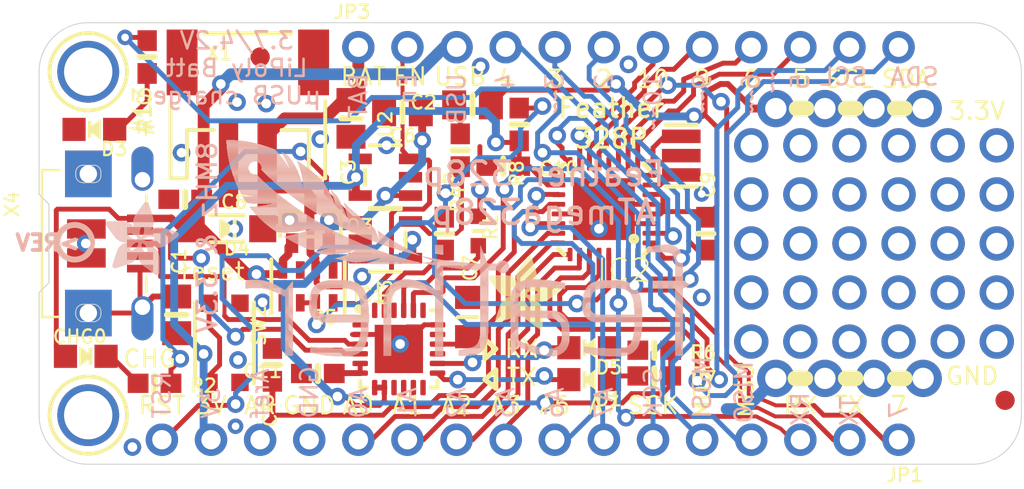
<source format=kicad_pcb>
(kicad_pcb (version 20211014) (generator pcbnew)
  (layers (0 "F.Cu" signal) (31 "B.Cu" signal) (34 "B.Paste" user) (35 "F.Paste" user) (36 "B.SilkS" user "B.Silkscreen") (37 "F.SilkS" user "F.Silkscreen") (38 "B.Mask" user) (39 "F.Mask" user) (44 "Edge.Cuts" user))
  (net 0 "")
  (net 1 "GND")
  (net 2 "VBUS")
  (net 3 "VBAT")
  (net 4 "N$1")
  (net 5 "N$3")
  (net 6 "N$4")
  (net 7 "3.3V")
  (net 8 "RESET")
  (net 9 "N$2")
  (net 10 "N$6")
  (net 11 "DTR")
  (net 12 "EN")
  (net 13 "D11/MOSI")
  (net 14 "A7")
  (net 15 "D12/MISO")
  (net 16 "D13/SCK")
  (net 17 "A6")
  (net 18 "N$7")
  (net 19 "N$5")
  (net 20 "RXLED")
  (net 21 "TXLED")
  (net 22 "AREF")
  (net 23 "D10")
  (net 24 "XTAL2")
  (net 25 "XTAL1")
  (net 26 "A0")
  (net 27 "A1")
  (net 28 "A2")
  (net 29 "A3")
  (net 30 "A4/SDA")
  (net 31 "A5/SCL")
  (net 32 "D2")
  (net 33 "D0/RX")
  (net 34 "D3")
  (net 35 "D4")
  (net 36 "D5")
  (net 37 "D6")
  (net 38 "D9")
  (net 39 "RXD")
  (net 40 "D1/TX")
  (net 41 "D7")
  (net 42 "D8")
  (net 43 "N$11")
  (net 44 "N$12")
  (net 45 "N$13")
  (net 46 "N$14")
  (net 47 "N$16")
  (net 48 "N$17")
  (net 49 "N$18")
  (net 50 "N$19")
  (net 51 "N$20")
  (net 52 "N$21")
  (net 53 "N$22")
  (net 54 "N$23")
  (net 55 "N$24")
  (net 56 "N$25")
  (net 57 "N$26")
  (net 58 "N$27")
  (net 59 "N$28")
  (net 60 "N$29")
  (net 61 "N$30")
  (net 62 "N$31")
  (net 63 "N$32")
  (net 64 "N$33")
  (net 65 "N$34")
  (net 66 "N$35")
  (net 67 "N$45")
  (net 68 "N$36")
  (net 69 "N$37")
  (net 70 "N$38")
  (net 71 "N$39")
  (net 72 "N$40")
  (net 73 "N$41")
  (net 74 "N$8")
  (net 75 "N$9")
  (net 76 "N$10")
  (footprint "boardEagle:RESONATOR" (layer "F.Cu") (at 156.3116 100.457 90)
    (fp_text reference "Y2")
    (fp_text value "CSTNE8M00xx 8MHZ")
  )
  (footprint "boardEagle:CHIPLED_0805_NOOUTLINE" (layer "F.Cu") (at 151.5491 112.0521 90)
    (fp_text reference "D1")
    (fp_text value "YELLOW")
  )
  (footprint "boardEagle:SOD-123" (layer "F.Cu") (at 132.8166 104.2416 180)
    (fp_text reference "D4")
    (fp_text value "MBR120")
  )
  (footprint "boardEagle:CHIPLED_0805_NOOUTLINE" (layer "F.Cu") (at 125.9586 99.0981 90)
    (fp_text reference "D3")
    (fp_text value "RED")
  )
  (footprint "boardEagle:0603-NO" (layer "F.Cu") (at 129.0701 112.2426)
    (fp_text reference "R2")
    (fp_text value "1K")
  )
  (footprint "boardEagle:0603-NO" (layer "F.Cu") (at 130.6576 102.7176)
    (fp_text reference "C8")
    (fp_text value "1uF")
  )
  (footprint "boardEagle:SOT23-R" (layer "F.Cu") (at 137.1346 103.9876)
    (fp_text reference "Q3")
    (fp_text value "DMG341")
  )
  (footprint "boardEagle:_0603MP" (layer "F.Cu") (at 145.813815 104.35751 -90)
    (fp_text reference "R1")
    (fp_text value "1K")
  )
  (footprint "boardEagle:0805-NO" (layer "F.Cu") (at 139.2301 98.5266 -90)
    (fp_text reference "C3")
    (fp_text value "10µF")
  )
  (footprint "boardEagle:SOT23-5" (layer "F.Cu") (at 141.0081 101.5746 90)
    (fp_text reference "U2")
    (fp_text value "AP2112-3.3")
  )
  (footprint "boardEagle:0603-NO" (layer "F.Cu") (at 147.9296 98.8441 -90)
    (fp_text reference "R8")
    (fp_text value "10K")
  )
  (footprint "boardEagle:QFN24_4MM_SMSC" (layer "F.Cu") (at 141.7066 110.4646)
    (fp_text reference "IC1")
    (fp_text value "CP2104")
  )
  (footprint "boardEagle:0603-NO" (layer "F.Cu") (at 154.9146 111.8616)
    (fp_text reference "R7")
    (fp_text value "1K")
  )
  (footprint "boardEagle:MLF32-TH" (layer "F.Cu") (at 152.3111 103.2256 180)
    (fp_text reference "IC2")
    (fp_text value "ATMEGA328P")
  )
  (footprint "boardEagle:0603-NO" (layer "F.Cu") (at 157.5816 104.4956 90)
    (fp_text reference "C9")
    (fp_text value "0.1uF")
  )
  (footprint "boardEagle:0603-NO" (layer "F.Cu") (at 135.1661 111.2901 -90)
    (fp_text reference "C4")
    (fp_text value "0.1uF")
  )
  (footprint "boardEagle:4UCONN_20329_V2" (layer "F.Cu") (at 127.5461 105.0036 -90)
    (fp_text reference "X4")
    (fp_text value "20329")
    (fp_line (start 3.15 2.2) (end 3.15 1.6) (layer "Edge.Cuts") (width 0.05))
    (fp_line (start -3.15 1.6) (end -3.15 2.15) (layer "Edge.Cuts") (width 0.05))
    (fp_line (start 4.05 1.6) (end 4.05 2.2) (layer "Edge.Cuts") (width 0.05))
    (fp_line (start -4.05 2.15) (end -4.05 1.6) (layer "Edge.Cuts") (width 0.05))
    (fp_line (start -3.7 1.25) (end -3.5 1.25) (layer "Edge.Cuts") (width 0.05))
    (fp_line (start -3.5 2.55) (end -3.7 2.55) (layer "Edge.Cuts") (width 0.05))
    (fp_arc (start 4.05 2.2) (mid 3.897487 2.468198) (end 3.6 2.55) (layer "Edge.Cuts") (width 0.05))
    (fp_arc (start 3.6 1.25) (mid 3.897487 1.331802) (end 4.05 1.6) (layer "Edge.Cuts") (width 0.05))
    (fp_arc (start -4.05 1.6) (mid -3.947487 1.352513) (end -3.7 1.25) (layer "Edge.Cuts") (width 0.05))
    (fp_arc (start -3.7 2.55) (mid -3.957843 2.422487) (end -4.05 2.15) (layer "Edge.Cuts") (width 0.05))
    (fp_arc (start 3.15 1.6) (mid 3.302513 1.331802) (end 3.6 1.25) (layer "Edge.Cuts") (width 0.05))
    (fp_arc (start -3.5 1.25) (mid -3.252513 1.352513) (end -3.15 1.6) (layer "Edge.Cuts") (width 0.05))
    (fp_arc (start -3.15 2.15) (mid -3.242157 2.422487) (end -3.5 2.55) (layer "Edge.Cuts") (width 0.05))
    (fp_arc (start 3.6 2.55) (mid 3.302513 2.468198) (end 3.15 2.2) (layer "Edge.Cuts") (width 0.05))
  )
  (footprint "boardEagle:FIDUCIAL_1MM" (layer "F.Cu") (at 134.5311 95.3516 -90)
    (fp_text reference "U$34" hide)
    (fp_text value "FIDUCIAL_1MM" hide)
  )
  (footprint "boardEagle:0603-NO" (layer "F.Cu") (at 147.1041 101.0031)
    (fp_text reference "C10")
    (fp_text value "0.1uF")
  )
  (footprint "boardEagle:RESPACK_4X0603" (layer "F.Cu") (at 137.0076 107.2261 180)
    (fp_text reference "R5")
    (fp_text value "100K")
  )
  (footprint "boardEagle:MOUNTINGHOLE_2.5_PLATED" (layer "F.Cu") (at 125.6411 113.8936 -90)
    (fp_text reference "U$32" hide)
    (fp_text value "MOUNTINGHOLE2.5" hide)
  )
  (footprint "boardEagle:FIDUCIAL_1MM" (layer "F.Cu") (at 173.0593 113.1246 -90)
    (fp_text reference "U$35" hide)
    (fp_text value "FIDUCIAL_1MM" hide)
  )
  (footprint "boardEagle:0805-NO" (layer "F.Cu") (at 141.8921 98.1856 180)
    (fp_text reference "C6")
    (fp_text value "10µF")
  )
  (footprint "boardEagle:0603-NO" (layer "F.Cu") (at 137.5156 111.7346 180)
    (fp_text reference "C11")
    (fp_text value "1uF")
  )
  (footprint "boardEagle:CHIPLED_0805_NOOUTLINE" (layer "F.Cu") (at 151.5491 110.4011 90)
    (fp_text reference "D5")
    (fp_text value "YELLOW")
  )
  (footprint "boardEagle:BTN_KMR2_4.6X2.8" (layer "F.Cu") (at 132.6896 110.1471 -90)
    (fp_text reference "SW2")
    (fp_text value "KMR2")
  )
  (footprint "" (layer "F.Cu") (at 171.3611 95.4786)
    (fp_text reference "@HOLE1" hide)
    (fp_text value "")
  )
  (footprint "boardEagle:JSTPH2" (layer "F.Cu") (at 133.8961 97.1296)
    (fp_text reference "X1")
    (fp_text value "JSTPH")
  )
  (footprint "boardEagle:_0805MP" (layer "F.Cu") (at 145.2626 108.8136 90)
    (fp_text reference "C7")
    (fp_text value "10uF")
  )
  (footprint "boardEagle:0603-NO" (layer "F.Cu") (at 128.6891 95.3516 -90)
    (fp_text reference "R10")
    (fp_text value "1K")
  )
  (footprint "boardEagle:SOT23-5" (layer "F.Cu") (at 141.0081 104.8131 -90)
    (fp_text reference "U3")
    (fp_text value "MCP73831T-2ACI/OT")
  )
  (footprint "boardEagle:CHIPLED_0805_NOOUTLINE" (layer "F.Cu") (at 125.5141 110.8456 -90)
    (fp_text reference "CHG0")
    (fp_text value "ORANGE")
  )
  (footprint "boardEagle:0805-NO" (layer "F.Cu") (at 145.5166 97.8281 180)
    (fp_text reference "C2")
    (fp_text value "10uF")
  )
  (footprint "boardEagle:ADAFRUIT_3.5MM" (layer "F.Cu") (at 146.3421 109.4486)
    (fp_text reference "U$15" hide)
    (fp_text value "" hide)
  )
  (footprint "boardEagle:1X16_ROUND" (layer "F.Cu") (at 148.5011 115.1636 180)
    (fp_text reference "JP1")
    (fp_text value "")
  )
  (footprint "boardEagle:1X12_ROUND" (layer "F.Cu") (at 153.5811 94.8436)
    (fp_text reference "JP3")
    (fp_text value "")
  )
  (footprint "boardEagle:0603-NO" (layer "F.Cu") (at 154.9146 110.5281)
    (fp_text reference "R6")
    (fp_text value "1K")
  )
  (footprint "boardEagle:MOUNTINGHOLE_2.5_PLATED" (layer "F.Cu") (at 125.6411 96.1136 -90)
    (fp_text reference "U$31" hide)
    (fp_text value "MOUNTINGHOLE2.5" hide)
  )
  (footprint "" (layer "F.Cu") (at 171.3611 114.5921)
    (fp_text reference "@HOLE0" hide)
    (fp_text value "")
  )
  (footprint "boardEagle:0603-NO" (layer "F.Cu") (at 144.8816 100.1776 -90)
    (fp_text reference "R4")
    (fp_text value "10K")
  )
  (footprint "boardEagle:0603-NO" (layer "F.Cu") (at 144.0561 104.4956 90)
    (fp_text reference "C5")
    (fp_text value "0.1uF")
  )
  (footprint "boardEagle:0805-NO" (layer "F.Cu") (at 130.2131 108.6993 90)
    (fp_text reference "C1")
    (fp_text value "10uF")
  )
  (footprint "boardEagle:PCBFEAT-REV-040" (layer "B.Cu") (at 124.9426 104.9401 180)
    (fp_text reference "U$13" hide)
    (fp_text value "" hide)
  )
  (footprint "boardEagle:FEATHERLOGO" (layer "B.Cu") (at 157.0736 110.9091 180)
    (fp_text reference "U$9" hide)
    (fp_text value "" hide)
  )
  (footprint "boardEagle:ADAFRUIT_3.5MM" (layer "B.Cu") (at 126.5301 106.6546 90)
    (fp_text reference "U$44" hide)
    (fp_text value "" hide)
  )
  (gr_line (start 146.1516 110.9726) (end 146.7231 110.4646) (layer "F.SilkS") (width 0.254))
  (gr_line (start 146.7231 111.5441) (end 146.1516 112.0521) (layer "F.SilkS") (width 0.254))
  (gr_line (start 162.2806 98.0186) (end 162.7886 98.0186) (layer "F.SilkS") (width 0.8128))
  (gr_line (start 146.1516 109.9566) (end 146.1516 110.9726) (layer "F.SilkS") (width 0.254))
  (gr_line (start 164.8206 111.9886) (end 165.3286 111.9886) (layer "F.SilkS") (width 0.8128))
  (gr_line (start 167.3606 98.0186) (end 167.8686 98.0186) (layer "F.SilkS") (width 0.8128))
  (gr_line (start 162.2171 111.9886) (end 162.7251 111.9886) (layer "F.SilkS") (width 0.8128))
  (gr_line (start 146.1516 112.0521) (end 146.7231 112.4966) (layer "F.SilkS") (width 0.254))
  (gr_line (start 164.8206 98.0186) (end 165.3286 98.0186) (layer "F.SilkS") (width 0.8128))
  (gr_line (start 167.3606 111.9886) (end 167.8686 111.9886) (layer "F.SilkS") (width 0.8128))
  (gr_line (start 146.7231 112.4966) (end 146.7231 111.5441) (layer "F.SilkS") (width 0.254))
  (gr_line (start 146.7231 110.4646) (end 146.1516 109.9566) (layer "F.SilkS") (width 0.254))
  (gr_arc (start 125.6411 116.4336) (mid 123.845049 115.689651) (end 123.1011 113.8936) (layer "Edge.Cuts") (width 0.05))
  (gr_line (start 173.9011 113.8936) (end 173.9011 96.1136) (layer "Edge.Cuts") (width 0.05))
  (gr_line (start 123.1011 107.5436) (end 123.1011 113.8936) (layer "Edge.Cuts") (width 0.05))
  (gr_line (start 125.6411 116.4336) (end 171.3611 116.4336) (layer "Edge.Cuts") (width 0.05))
  (gr_arc (start 123.1011 96.1136) (mid 123.845049 94.317549) (end 125.6411 93.5736) (layer "Edge.Cuts") (width 0.05))
  (gr_line (start 123.6091 102.9716) (end 123.6091 107.0356) (layer "Edge.Cuts") (width 0.05))
  (gr_arc (start 173.9011 113.8936) (mid 173.157151 115.689651) (end 171.3611 116.4336) (layer "Edge.Cuts") (width 0.05))
  (gr_arc (start 171.3611 93.5736) (mid 173.157151 94.317549) (end 173.9011 96.1136) (layer "Edge.Cuts") (width 0.05))
  (gr_line (start 123.1011 102.4636) (end 123.6091 102.9716) (layer "Edge.Cuts") (width 0.05))
  (gr_line (start 123.1011 96.1136) (end 123.1011 102.4636) (layer "Edge.Cuts") (width 0.05))
  (gr_line (start 123.6091 107.0356) (end 123.1011 107.5436) (layer "Edge.Cuts") (width 0.05))
  (gr_line (start 171.3611 93.5736) (end 125.6411 93.5736) (layer "Edge.Cuts") (width 0.05))
  (gr_text "9~~" (at 157.3911 96.1136 -270) (layer "B.SilkS") (effects (font (size 0.89408 0.89408) (thickness 0.12192)) (justify left mirror)))
  (gr_text "10~~" (at 154.8511 96.1136 -270) (layer "B.SilkS") (effects (font (size 0.89408 0.89408) (thickness 0.12192)) (justify left mirror)))
  (gr_text "A1" (at 142.1511 114.1476 -270) (layer "B.SilkS") (effects (font (size 0.89408 0.89408) (thickness 0.12192)) (justify right mirror)))
  (gr_text "TX" (at 165.0111 114.5286 -270) (layer "B.SilkS") (effects (font (size 0.89408 0.89408) (thickness 0.12192)) (justify right mirror)))
  (gr_text "A0" (at 139.6111 114.1476 -270) (layer "B.SilkS") (effects (font (size 0.89408 0.89408) (thickness 0.12192)) (justify right mirror)))
  (gr_text "SCL" (at 166.0271 96.3676) (layer "B.SilkS") (effects (font (size 0.89408 0.89408) (thickness 0.12192)) (justify left mirror)))
  (gr_text "8MHz & 3.3V" (at 131.8006 104.6861 -270) (layer "B.SilkS") (effects (font (size 0.99441 0.99441) (thickness 0.14859)) (justify mirror)))
  (gr_text "5" (at 162.4711 96.1136 -270) (layer "B.SilkS") (effects (font (size 0.89408 0.89408) (thickness 0.12192)) (justify left mirror)))
  (gr_text "3V" (at 131.9911 114.1476 -270) (layer "B.SilkS") (effects (font (size 0.89408 0.89408) (thickness 0.12192)) (justify right mirror)))
  (gr_text "Aref" (at 134.5311 114.1476 -270) (layer "B.SilkS") (effects (font (size 0.89408 0.89408) (thickness 0.12192)) (justify right mirror)))
  (gr_text "GND" (at 137.0711 114.1476 -270) (layer "B.SilkS") (effects (font (size 0.89408 0.89408) (thickness 0.12192)) (justify right mirror)))
  (gr_text "Feather 328p\nATmega328p" (at 149.1996 102.4001) (layer "B.SilkS") (effects (font (size 1.237488 1.237488) (thickness 0.184912)) (justify mirror)))
  (gr_text "SDA" (at 169.7101 96.3676) (layer "B.SilkS") (effects (font (size 0.89408 0.89408) (thickness 0.12192)) (justify left mirror)))
  (gr_text "7" (at 167.5511 114.1476 -270) (layer "B.SilkS") (effects (font (size 0.89408 0.89408) (thickness 0.12192)) (justify right mirror)))
  (gr_text "~~" (at 161.5821 95.8596 -90) (layer "B.SilkS") (effects (font (size 0.89408 0.89408) (thickness 0.12192)) (justify right top mirror)))
  (gr_text "BAT" (at 139.6111 96.1136 -270) (layer "B.SilkS") (effects (font (size 0.89408 0.89408) (thickness 0.12192)) (justify left mirror)))
  (gr_text "MISO" (at 159.5501 114.4016 -270) (layer "B.SilkS") (effects (font (size 0.89408 0.89408) (thickness 0.12192)) (justify right mirror)))
  (gr_text "MOSI" (at 157.3911 114.1476 -270) (layer "B.SilkS") (effects (font (size 0.89408 0.89408) (thickness 0.12192)) (justify right mirror)))
  (gr_text "USB" (at 144.6911 96.1136 -270) (layer "B.SilkS") (effects (font (size 0.89408 0.89408) (thickness 0.12192)) (justify left mirror)))
  (gr_text "SCK" (at 154.8511 114.1476 -270) (layer "B.SilkS") (effects (font (size 0.89408 0.89408) (thickness 0.12192)) (justify right mirror)))
  (gr_text "2" (at 152.3111 96.1136 -270) (layer "B.SilkS") (effects (font (size 0.89408 0.89408) (thickness 0.12192)) (justify left mirror)))
  (gr_text "4" (at 147.2311 96.1136 -270) (layer "B.SilkS") (effects (font (size 0.89408 0.89408) (thickness 0.12192)) (justify left mirror)))
  (gr_text "En" (at 142.1511 96.1136 -270) (layer "B.SilkS") (effects (font (size 0.89408 0.89408) (thickness 0.12192)) (justify left mirror)))
  (gr_text "RX" (at 162.4711 114.5286 -270) (layer "B.SilkS") (effects (font (size 0.89408 0.89408) (thickness 0.12192)) (justify right mirror)))
  (gr_text "A2" (at 144.6911 114.1476 -270) (layer "B.SilkS") (effects (font (size 0.89408 0.89408) (thickness 0.12192)) (justify right mirror)))
  (gr_text "A6" (at 149.7711 114.1476 -270) (layer "B.SilkS") (effects (font (size 0.89408 0.89408) (thickness 0.12192)) (justify right mirror)))
  (gr_text "3~~" (at 149.7711 96.1136 -270) (layer "B.SilkS") (effects (font (size 0.89408 0.89408) (thickness 0.12192)) (justify left mirror)))
  (gr_text "RST" (at 129.4511 114.1476 -270) (layer "B.SilkS") (effects (font (size 0.89408 0.89408) (thickness 0.12192)) (justify right mirror)))
  (gr_text "A7" (at 152.3111 114.1476 -270) (layer "B.SilkS") (effects (font (size 0.89408 0.89408) (thickness 0.12192)) (justify right mirror)))
  (gr_text "6~~" (at 159.9311 96.1136 -270) (layer "B.SilkS") (effects (font (size 0.89408 0.89408) (thickness 0.12192)) (justify left mirror)))
  (gr_text "3.7/4.2V\nLiPoly Batt\nµUSB charge" (at 133.3246 95.9231) (layer "B.SilkS") (effects (font (size 0.88392 0.88392) (thickness 0.13208)) (justify mirror)))
  (gr_text "A3" (at 147.2311 114.1476 -270) (layer "B.SilkS") (effects (font (size 0.89408 0.89408) (thickness 0.12192)) (justify right mirror)))
  (gr_text "2" (at 152.3111 96.4946) (layer "F.SilkS") (effects (font (size 0.89408 0.89408) (thickness 0.12192))))
  (gr_text "RX" (at 162.4711 113.3856) (layer "F.SilkS") (effects (font (size 0.89408 0.89408) (thickness 0.12192))))
  (gr_text "RX" (at 148.0566 110.4646) (layer "F.SilkS") (effects (font (size 0.89408 0.89408) (thickness 0.12192))))
  (gr_text "MOSI" (at 157.3911 112.6236 90) (layer "F.SilkS") (effects (font (size 0.76454 0.76454) (thickness 0.12446))))
  (gr_text "MISO" (at 159.6771 112.6236 90) (layer "F.SilkS") (effects (font (size 0.76454 0.76454) (thickness 0.12446))))
  (gr_text "SCL" (at 165.0111 96.4946) (layer "F.SilkS") (effects (font (size 0.89408 0.89408) (thickness 0.12192))))
  (gr_text "3" (at 149.7711 96.4946) (layer "F.SilkS") (effects (font (size 0.89408 0.89408) (thickness 0.12192))))
  (gr_text "SDA" (at 167.9321 96.4946) (layer "F.SilkS") (effects (font (size 0.89408 0.89408) (thickness 0.12192))))
  (gr_text "reset" (at 132.0673 106.4514) (layer "F.SilkS") (effects (font (size 0.89408 0.89408) (thickness 0.12192))))
  (gr_text "USB" (at 144.8816 96.3676) (layer "F.SilkS") (effects (font (size 0.89408 0.89408) (thickness 0.12192))))
  (gr_text "A7" (at 152.3111 113.3856) (layer "F.SilkS") (effects (font (size 0.89408 0.89408) (thickness 0.12192))))
  (gr_text "3.3V" (at 171.6151 98.1456) (layer "F.SilkS") (effects (font (size 0.89408 0.89408) (thickness 0.12192))))
  (gr_text "BAT" (at 139.8651 96.3676) (layer "F.SilkS") (effects (font (size 0.89408 0.89408) (thickness 0.12192))))
  (gr_text "#13" (at 128.4351 98.1456 90) (layer "F.SilkS") (effects (font (size 0.89408 0.89408) (thickness 0.12192))))
  (gr_text "A3" (at 147.2311 113.3856) (layer "F.SilkS") (effects (font (size 0.89408 0.89408) (thickness 0.12192))))
  (gr_text "10" (at 154.8511 96.4946) (layer "F.SilkS") (effects (font (size 0.89408 0.89408) (thickness 0.12192))))
  (gr_text "AR" (at 134.5311 113.3856) (layer "F.SilkS") (effects (font (size 0.89408 0.89408) (thickness 0.12192))))
  (gr_text "A0" (at 139.6111 113.3856) (layer "F.SilkS") (effects (font (size 0.89408 0.89408) (thickness 0.12192))))
  (gr_text "TX" (at 148.0566 111.9251) (layer "F.SilkS") (effects (font (size 0.89408 0.89408) (thickness 0.12192))))
  (gr_text "A2" (at 144.6911 113.3856) (layer "F.SilkS") (effects (font (size 0.89408 0.89408) (thickness 0.12192))))
  (gr_text "7" (at 167.5511 113.3856) (layer "F.SilkS") (effects (font (size 0.89408 0.89408) (thickness 0.12192))))
  (gr_text "9" (at 157.3911 96.4946) (layer "F.SilkS") (effects (font (size 0.89408 0.89408) (thickness 0.12192))))
  (gr_text "3V" (at 131.9911 113.3856) (layer "F.SilkS") (effects (font (size 0.89408 0.89408) (thickness 0.12192))))
  (gr_text "TX" (at 165.0111 113.3856) (layer "F.SilkS") (effects (font (size 0.89408 0.89408) (thickness 0.12192))))
  (gr_text "GND" (at 137.0711 113.3856) (layer "F.SilkS") (effects (font (size 0.89408 0.89408) (thickness 0.12192))))
  (gr_text "5" (at 162.4711 96.4946) (layer "F.SilkS") (effects (font (size 0.89408 0.89408) (thickness 0.12192))))
  (gr_text "Feather\n328P" (at 152.6921 98.7806) (layer "F.SilkS") (effects (font (size 0.98298 0.98298) (thickness 0.16002))))
  (gr_text "4" (at 147.2311 96.4946) (layer "F.SilkS") (effects (font (size 0.89408 0.89408) (thickness 0.12192))))
  (gr_text "A6" (at 149.7711 113.3856) (layer "F.SilkS") (effects (font (size 0.89408 0.89408) (thickness 0.12192))))
  (gr_text "EN" (at 142.2781 96.3676) (layer "F.SilkS") (effects (font (size 0.89408 0.89408) (thickness 0.12192))))
  (gr_text "GND" (at 171.3611 111.8616) (layer "F.SilkS") (effects (font (size 0.89408 0.89408) (thickness 0.12192))))
  (gr_text "SCK" (at 154.8511 113.3856) (layer "F.SilkS") (effects (font (size 0.89408 0.89408) (thickness 0.12192))))
  (gr_text "A1" (at 142.1511 113.3856) (layer "F.SilkS") (effects (font (size 0.89408 0.89408) (thickness 0.12192))))
  (gr_text "6" (at 159.9311 96.4946) (layer "F.SilkS") (effects (font (size 0.89408 0.89408) (thickness 0.12192))))
  (gr_text "CHG" (at 128.8161 110.9726) (layer "F.SilkS") (effects (font (size 0.89408 0.89408) (thickness 0.12192))))
  (gr_text "RST" (at 129.4511 113.3856) (layer "F.SilkS") (effects (font (size 0.89408 0.89408) (thickness 0.12192))))
  (segment (start 125.6461 108.6036) (end 128.1461 108.6036) (width 0.254) (layer "F.Cu") (net 1))
  (segment (start 152.0571 103.8606) (end 152.3111 103.8606) (width 0.254) (layer "F.Cu") (net 1))
  (segment (start 130.2131 107.7493) (end 129.0004 107.7493) (width 0.3048) (layer "F.Cu") (net 1))
  (segment (start 157.5816 105.3456) (end 157.1616 105.3456) (width 0.254) (layer "F.Cu") (net 1))
  (segment (start 152.3111 102.9756) (end 152.3111 103.2256) (width 0.254) (layer "F.Cu") (net 1))
  (segment (start 149.9611 103.4756) (end 152.3111 103.4756) (width 0.254) (layer "F.Cu") (net 1))
  (segment (start 139.7066 109.7146) (end 139.3056 109.7146) (width 0.254) (layer "F.Cu") (net 1))
  (segment (start 128.3211 106.3036) (end 128.3211 108.1786) (width 0.254) (layer "F.Cu") (net 1))
  (segment (start 136.6656 111.2021) (end 136.2456 110.7821) (width 0.3048) (layer "F.Cu") (net 1))
  (segment (start 152.3111 103.9756) (end 152.3111 103.8606) (width 0.254) (layer "F.Cu") (net 1))
  (segment (start 143.0201 109.2146) (end 142.9131 109.3216) (width 0.254) (layer "F.Cu") (net 1))
  (segment (start 139.7066 109.7146) (end 141.7701 109.7146) (width 0.254) (layer "F.Cu") (net 1))
  (segment (start 136.6656 111.7346) (end 136.6656 111.2021) (width 0.3048) (layer "F.Cu") (net 1))
  (segment (start 145.8976 101.0031) (end 145.8976 99.9871) (width 0.254) (layer "F.Cu") (net 1))
  (segment (start 146.2541 101.0031) (end 145.8976 101.0031) (width 0.254) (layer "F.Cu") (net 1))
  (segment (start 142.3082 101.5746) (end 142.5956 101.5746) (width 0.4064) (layer "F.Cu") (net 1))
  (segment (start 151.8031 103.8606) (end 152.0571 103.8606) (width 0.254) (layer "F.Cu") (net 1))
  (segment (start 129.0004 107.7493) (end 128.4461 108.3036) (width 0.3048) (layer "F.Cu") (net 1))
  (segment (start 154.6611 103.9756) (end 152.3111 103.9756) (width 0.254) (layer "F.Cu") (net 1))
  (segment (start 152.0571 104.2416) (end 152.0571 103.8606) (width 0.254) (layer "F.Cu") (net 1))
  (segment (start 144.8816 98.1431) (end 144.5666 97.8281) (width 0.254) (layer "F.Cu") (net 1))
  (segment (start 142.1631 109.3216) (end 141.7701 109.7146) (width 0.254) (layer "F.Cu") (net 1))
  (segment (start 157.1616 105.3456) (end 156.6926 104.8766) (width 0.254) (layer "F.Cu") (net 1))
  (segment (start 128.3211 108.1786) (end 128.4461 108.3036) (width 0.254) (layer "F.Cu") (net 1))
  (segment (start 143.7066 109.2146) (end 143.0201 109.2146) (width 0.254) (layer "F.Cu") (net 1))
  (segment (start 144.8816 99.3276) (end 144.8816 98.1431) (width 0.254) (layer "F.Cu") (net 1))
  (segment (start 128.1461 108.6036) (end 128.4461 108.3036) (width 0.254) (layer "F.Cu") (net 1))
  (segment (start 124.6961 101.4036) (end 125.6461 101.4036) (width 0.254) (layer "F.Cu") (net 1))
  (segment (start 152.3111 103.8606) (end 152.3111 103.2256) (width 0.254) (layer "F.Cu") (net 1))
  (segment (start 142.9131 109.3216) (end 142.1631 109.3216) (width 0.254) (layer "F.Cu") (net 1))
  (segment (start 139.2301 99.4766) (end 139.6771 99.4766) (width 0.254) (layer "F.Cu") (net 1))
  (segment (start 154.6611 102.9756) (end 152.3111 102.9756) (width 0.254) (layer "F.Cu") (net 1))
  (segment (start 152.3111 103.4756) (end 152.3111 103.2256) (width 0.254) (layer "F.Cu") (net 1))
  (via (at 133.3881 111.0361) (size 0.9064) (drill 0.5) (layers "F.Cu" "B.Cu") (net 1))
  (via (at 157.3657 102.4382) (size 0.8001) (drill 0.3937) (layers "F.Cu" "B.Cu") (net 1))
  (via (at 125.5141 105.0036) (size 0.9064) (drill 0.5) (layers "F.Cu" "B.Cu") (net 1))
  (via (at 133.1976 104.2416) (size 0.9064) (drill 0.5) (layers "F.Cu" "B.Cu") (net 1))
  (via (at 168.8211 111.9886) (size 1.9304) (drill 1.1) (layers "F.Cu" "B.Cu") (net 1))
  (via (at 141.7701 110.2106) (size 0.9064) (drill 0.5) (layers "F.Cu" "B.Cu") (net 1))
  (via (at 133.2611 114.4651) (size 0.8001) (drill 0.3937) (layers "F.Cu" "B.Cu") (net 1))
  (via (at 141.0716 99.9236) (size 0.9064) (drill 0.5) (layers "F.Cu" "B.Cu") (net 1))
  (via (at 127.9271 115.5446) (size 0.9064) (drill 0.5) (layers "F.Cu" "B.Cu") (net 1))
  (via (at 157.3657 107.7976) (size 0.9064) (drill 0.5) (layers "F.Cu" "B.Cu") (net 1))
  (via (at 166.2811 111.9886) (size 1.9304) (drill 1.1) (layers "F.Cu" "B.Cu") (net 1))
  (via (at 161.2011 111.9886) (size 1.9304) (drill 1.1) (layers "F.Cu" "B.Cu") (net 1))
  (via (at 152.0571 104.2416) (size 0.9064) (drill 0.5) (layers "F.Cu" "B.Cu") (net 1))
  (via (at 130.4671 100.3046) (size 0.9064) (drill 0.5) (layers "F.Cu" "B.Cu") (net 1))
  (via (at 145.9357 95.8342) (size 0.9064) (drill 0.5) (layers "F.Cu" "B.Cu") (net 1))
  (via (at 134.6581 108.0516) (size 0.9064) (drill 0.5) (layers "F.Cu" "B.Cu") (net 1))
  (via (at 137.6426 99.6061) (size 0.9064) (drill 0.5) (layers "F.Cu" "B.Cu") (net 1))
  (via (at 134.8486 97.7646) (size 0.9064) (drill 0.5) (layers "F.Cu" "B.Cu") (net 1))
  (via (at 133.3373 97.6884) (size 0.9064) (drill 0.5) (layers "F.Cu" "B.Cu") (net 1))
  (via (at 139.8016 106.7181) (size 0.9064) (drill 0.5) (layers "F.Cu" "B.Cu") (net 1))
  (via (at 153.5811 95.7326) (size 0.9064) (drill 0.5) (layers "F.Cu" "B.Cu") (net 1))
  (via (at 163.7411 111.9886) (size 1.9304) (drill 1.1) (layers "F.Cu" "B.Cu") (net 1))
  (segment (start 161.2011 111.9886) (end 159.6136 113.5761) (width 0.6096) (layer "B.Cu") (net 1))
  (segment (start 163.7411 111.9886) (end 166.2811 111.9886) (width 0.4064) (layer "B.Cu") (net 1))
  (segment (start 159.6136 113.5761) (end 158.6611 113.5761) (width 0.6096) (layer "B.Cu") (net 1))
  (segment (start 166.2811 111.9886) (end 168.8211 111.9886) (width 0.4064) (layer "B.Cu") (net 1))
  (segment (start 161.2011 111.9886) (end 163.7411 111.9886) (width 0.4064) (layer "B.Cu") (net 1))
  (segment (start 142.3082 105.7631) (end 142.4051 105.6662) (width 0.4064) (layer "F.Cu") (net 2))
  (segment (start 140.7026 113.3849) (end 140.9566 113.1309) (width 0.254) (layer "F.Cu") (net 2))
  (segment (start 153.2636 113.2586) (end 153.7416 112.7806) (width 0.254) (layer "F.Cu") (net 2))
  (segment (start 131.5076 102.7176) (end 131.4881 102.6981) (width 0.254) (layer "F.Cu") (net 2))
  (segment (start 123.9901 103.2891) (end 124.0536 103.2256) (width 0.254) (layer "F.Cu") (net 2))
  (segment (start 135.4926 106.5911) (end 134.3406 106.5911) (width 0.4064) (layer "F.Cu") (net 2))
  (segment (start 128.3211 103.7036) (end 129.9291 103.7036) (width 0.381) (layer "F.Cu") (net 2))
  (segment (start 131.4831 104.2416) (end 133.8326 106.5911) (width 0.6096) (layer "F.Cu") (net 2))
  (segment (start 153.7416 112.7806) (end 155.3291 112.7806) (width 0.254) (layer "F.Cu") (net 2))
  (segment (start 123.9901 110.3716) (end 123.9901 103.2891) (width 0.254) (layer "F.Cu") (net 2))
  (segment (start 130.4671 104.2416) (end 130.9666 104.2416) (width 0.4064) (layer "F.Cu") (net 2))
  (segment (start 140.4566 112.4646) (end 140.9566 112.4646) (width 0.3048) (layer "F.Cu") (net 2))
  (segment (start 127.1986 103.7036) (end 128.3211 103.7036) (width 0.254) (layer "F.Cu") (net 2))
  (segment (start 142.4051 105.6662) (end 142.4051 104.8059) (width 0.4064) (layer "F.Cu") (net 2))
  (segment (start 155.3291 112.7806) (end 155.7401 112.3696) (width 0.254) (layer "F.Cu") (net 2))
  (segment (start 131.1021 104.2416) (end 130.9666 104.2416) (width 0.4064) (layer "F.Cu") (net 2))
  (segment (start 124.4641 110.8456) (end 123.9901 110.3716) (width 0.254) (layer "F.Cu") (net 2))
  (segment (start 135.7076 105.8591) (end 135.9916 105.5751) (width 0.4064) (layer "F.Cu") (net 2))
  (segment (start 124.0536 103.2256) (end 126.7206 103.2256) (width 0.254) (layer "F.Cu") (net 2))
  (segment (start 132.4991 96.9772) (end 132.4991 96.7486) (width 0.6096) (layer "F.Cu") (net 2))
  (segment (start 140.9566 113.1309) (end 140.9566 112.4646) (width 0.254) (layer "F.Cu") (net 2))
  (segment (start 135.7076 106.3761) (end 135.4926 106.5911) (width 0.4064) (layer "F.Cu") (net 2))
  (segment (start 139.4199 113.3849) (end 138.9634 112.9284) (width 0.254) (layer "F.Cu") (net 2))
  (segment (start 135.9916 105.1806) (end 136.1846 104.9876) (width 0.4064) (layer "F.Cu") (net 2))
  (segment (start 126.7206 103.2256) (end 127.1986 103.7036) (width 0.254) (layer "F.Cu") (net 2))
  (segment (start 155.7646 111.8616) (end 155.7646 110.5281) (width 0.254) (layer "F.Cu") (net 2))
  (segment (start 131.4636 102.6981) (end 130.9666 103.1951) (width 0.6096) (layer "F.Cu") (net 2))
  (segment (start 131.6101 102.5516) (end 131.4636 102.6981) (width 0.6096) (layer "F.Cu") (net 2))
  (segment (start 135.9916 105.5751) (end 135.9916 105.1806) (width 0.4064) (layer "F.Cu") (net 2))
  (segment (start 131.6101 102.5516) (end 131.6101 97.8662) (width 0.6096) (layer "F.Cu") (net 2))
  (segment (start 153.2636 113.2586) (end 149.2631 113.2586) (width 0.254) (layer "F.Cu") (net 2))
  (segment (start 129.9291 103.7036) (end 130.4671 104.2416) (width 0.4064) (layer "F.Cu") (net 2))
  (segment (start 131.4881 102.6981) (end 131.4636 102.6981) (width 0.254) (layer "F.Cu") (net 2))
  (segment (start 155.7401 112.3696) (end 155.7401 111.8861) (width 0.254) (layer "F.Cu") (net 2))
  (segment (start 131.6101 97.8662) (end 132.4991 96.9772) (width 0.6096) (layer "F.Cu") (net 2))
  (segment (start 138.9634 112.9284) (end 138.5316 112.9284) (width 0.254) (layer "F.Cu") (net 2))
  (segment (start 140.7026 113.3849) (end 139.4199 113.3849) (width 0.254) (layer "F.Cu") (net 2))
  (segment (start 155.7401 111.8861) (end 155.7646 111.8616) (width 0.254) (layer "F.Cu") (net 2))
  (segment (start 133.8326 106.5911) (end 134.3406 106.5911) (width 0.6096) (layer "F.Cu") (net 2))
  (segment (start 135.7076 106.3761) (end 135.7076 105.8591) (width 0.4064) (layer "F.Cu") (net 2))
  (segment (start 131.1021 104.2416) (end 131.4831 104.2416) (width 0.6096) (layer "F.Cu") (net 2))
  (segment (start 130.9666 103.1951) (end 130.9666 104.2416) (width 0.6096) (layer "F.Cu") (net 2))
  (via (at 149.2631 113.2586) (size 0.9064) (drill 0.5) (layers "F.Cu" "B.Cu") (net 2))
  (via (at 132.4991 96.7486) (size 0.9064) (drill 0.5) (layers "F.Cu" "B.Cu") (net 2))
  (via (at 142.4051 104.8059) (size 0.9064) (drill 0.5) (layers "F.Cu" "B.Cu") (net 2))
  (via (at 134.3406 106.5911) (size 0.9064) (drill 0.5) (layers "F.Cu" "B.Cu") (net 2))
  (via (at 138.5316 112.9284) (size 0.9064) (drill 0.5) (layers "F.Cu" "B.Cu") (net 2))
  (segment (start 144.0561 94.8436) (end 144.6911 94.8436) (width 0.6096) (layer "B.Cu") (net 2))
  (segment (start 138.1506 105.7656) (end 136.8171 107.0991) (width 0.4064) (layer "B.Cu") (net 2))
  (segment (start 138.3284 112.9284) (end 138.5316 112.9284) (width 0.4064) (layer "B.Cu") (net 2))
  (segment (start 142.4051 105.1941) (end 142.4051 104.8059) (width 0.4064) (layer "B.Cu") (net 2))
  (segment (start 140.1318 113.2586) (end 139.8016 112.9284) (width 0.254) (layer "B.Cu") (net 2))
  (segment (start 135.8011 110.4011) (end 135.8011 107.0991) (width 0.4064) (layer "B.Cu") (net 2))
  (segment (start 138.1506 105.7656) (end 141.8336 105.7656) (width 0.4064) (layer "B.Cu") (net 2))
  (segment (start 135.8011 107.0991) (end 136.8171 107.0991) (width 0.4064) (layer "B.Cu") (net 2))
  (segment (start 139.8016 112.9284) (end 138.5316 112.9284) (width 0.254) (layer "B.Cu") (net 2))
  (segment (start 141.8336 105.7656) (end 142.4051 105.1941) (width 0.4064) (layer "B.Cu") (net 2))
  (segment (start 142.6591 96.2406) (end 144.0561 94.8436) (width 0.6096) (layer "B.Cu") (net 2))
  (segment (start 133.0071 96.2406) (end 132.4991 96.7486) (width 0.6096) (layer "B.Cu") (net 2))
  (segment (start 135.8011 110.4011) (end 138.3284 112.9284) (width 0.4064) (layer "B.Cu") (net 2))
  (segment (start 149.2631 113.2586) (end 140.1318 113.2586) (width 0.254) (layer "B.Cu") (net 2))
  (segment (start 134.8486 107.0991) (end 135.8011 107.0991) (width 0.4064) (layer "B.Cu") (net 2))
  (segment (start 133.0071 96.2406) (end 142.6591 96.2406) (width 0.6096) (layer "B.Cu") (net 2))
  (segment (start 134.8486 107.0991) (end 134.3406 106.5911) (width 0.4064) (layer "B.Cu") (net 2))
  (segment (start 134.7851 99.5426) (end 135.8011 98.5266) (width 0.6096) (layer "F.Cu") (net 3))
  (segment (start 137.8881 98.5266) (end 138.9651 97.4496) (width 0.6096) (layer "F.Cu") (net 3))
  (segment (start 134.8961 100.8296) (end 135.0396 100.6861) (width 0.4064) (layer "F.Cu") (net 3))
  (segment (start 137.1346 102.4796) (end 137.1346 102.9876) (width 0.4064) (layer "F.Cu") (net 3))
  (segment (start 137.6426 107.2261) (end 137.4521 107.0356) (width 0.3048) (layer "F.Cu") (net 3))
  (segment (start 137.4076 106.2926) (end 137.3886 106.2736) (width 0.3048) (layer "F.Cu") (net 3))
  (segment (start 135.0396 100.6861) (end 135.0396 100.4321) (width 0.4064) (layer "F.Cu") (net 3))
  (segment (start 137.1346 105.5116) (end 137.3886 105.7656) (width 0.4064) (layer "F.Cu") (net 3))
  (segment (start 136.8651 102.2101) (end 135.0396 102.2101) (width 0.4064) (layer "F.Cu") (net 3))
  (segment (start 139.0311 97.6376) (end 139.2191 97.4496) (width 0.4064) (layer "F.Cu") (net 3))
  (segment (start 137.3886 105.7656) (end 137.3886 106.2736) (width 0.4064) (layer "F.Cu") (net 3))
  (segment (start 134.7851 100.1776) (end 135.0396 100.4321) (width 0.254) (layer "F.Cu") (net 3))
  (segment (start 138.7221 107.2261) (end 138.9126 107.0356) (width 0.3048) (layer "F.Cu") (net 3))
  (segment (start 138.9126 105.8926) (end 139.0396 105.7656) (width 0.3048) (layer "F.Cu") (net 3))
  (segment (start 134.7851 99.5426) (end 134.7851 100.1776) (width 0.4064) (layer "F.Cu") (net 3))
  (segment (start 137.4076 106.3761) (end 137.4076 106.2926) (width 0.3048) (layer "F.Cu") (net 3))
  (segment (start 138.9126 107.0356) (end 138.9126 105.8926) (width 0.3048) (layer "F.Cu") (net 3))
  (segment (start 137.3886 106.2736) (end 137.3886 106.4206) (width 0.4064) (layer "F.Cu") (net 3))
  (segment (start 138.7221 107.2261) (end 137.6426 107.2261) (width 0.3048) (layer "F.Cu") (net 3))
  (segment (start 137.1346 102.9876) (end 137.1346 105.5116) (width 0.4064) (layer "F.Cu") (net 3))
  (segment (start 139.2191 97.4496) (end 139.6111 97.0576) (width 0.6096) (layer "F.Cu") (net 3))
  (segment (start 139.0396 105.7656) (end 139.7055 105.7656) (width 0.3048) (layer "F.Cu") (net 3))
  (segment (start 139.6111 97.0576) (end 139.6111 94.8436) (width 0.6096) (layer "F.Cu") (net 3))
  (segment (start 135.8011 98.5266) (end 137.8881 98.5266) (width 0.6096) (layer "F.Cu") (net 3))
  (segment (start 135.0396 100.6861) (end 135.0396 102.2101) (width 0.4064) (layer "F.Cu") (net 3))
  (segment (start 139.2191 97.4496) (end 139.2301 97.5766) (width 0.6096) (layer "F.Cu") (net 3))
  (segment (start 139.7055 105.7656) (end 139.708 105.7631) (width 0.3048) (layer "F.Cu") (net 3))
  (segment (start 138.9651 97.4496) (end 139.2191 97.4496) (width 0.6096) (layer "F.Cu") (net 3))
  (segment (start 137.4521 106.4206) (end 137.4076 106.3761) (width 0.3048) (layer "F.Cu") (net 3))
  (segment (start 137.4521 107.0356) (end 137.4521 106.4206) (width 0.3048) (layer "F.Cu") (net 3))
  (segment (start 136.8651 102.2101) (end 137.1346 102.4796) (width 0.4064) (layer "F.Cu") (net 3))
  (segment (start 126.8231 110.8456) (end 128.2201 112.2426) (width 0.254) (layer "F.Cu") (net 4))
  (segment (start 126.5641 110.8456) (end 126.8231 110.8456) (width 0.254) (layer "F.Cu") (net 4))
  (segment (start 137.9601 102.4001) (end 139.3596 103.7996) (width 0.254) (layer "F.Cu") (net 5))
  (segment (start 136.6266 100.2411) (end 137.9601 101.5746) (width 0.254) (layer "F.Cu") (net 5))
  (segment (start 139.3905 103.8631) (end 139.708 103.8631) (width 0.254) (layer "F.Cu") (net 5))
  (segment (start 139.3596 103.7996) (end 139.3905 103.8631) (width 0.254) (layer "F.Cu") (net 5))
  (segment (start 129.9201 112.2426) (end 129.9201 111.5196) (width 0.254) (layer "F.Cu") (net 5))
  (segment (start 130.4036 111.0361) (end 130.4036 110.9726) (width 0.254) (layer "F.Cu") (net 5))
  (segment (start 137.9601 101.5746) (end 137.9601 102.4001) (width 0.254) (layer "F.Cu") (net 5))
  (segment (start 129.9201 111.5196) (end 130.4036 111.0361) (width 0.254) (layer "F.Cu") (net 5))
  (via (at 136.6266 100.2411) (size 0.9064) (drill 0.5) (layers "F.Cu" "B.Cu") (net 5))
  (via (at 130.4036 110.9726) (size 0.9064) (drill 0.5) (layers "F.Cu" "B.Cu") (net 5))
  (segment (start 130.4036 110.8583) (end 130.4036 110.9726) (width 0.254) (layer "B.Cu") (net 5))
  (segment (start 129.5019 109.9566) (end 130.4036 110.8583) (width 0.254) (layer "B.Cu") (net 5))
  (segment (start 129.5019 104.4956) (end 129.5019 109.9566) (width 0.254) (layer "B.Cu") (net 5))
  (segment (start 129.5019 104.4956) (end 133.7564 100.2411) (width 0.254) (layer "B.Cu") (net 5))
  (segment (start 133.7564 100.2411) (end 136.6266 100.2411) (width 0.254) (layer "B.Cu") (net 5))
  (segment (start 144.9451 101.0911) (end 144.8816 101.0276) (width 0.254) (layer "F.Cu") (net 6))
  (segment (start 143.2941 104.4956) (end 144.6911 104.4956) (width 0.2032) (layer "F.Cu") (net 6))
  (segment (start 142.6616 103.8631) (end 143.2941 104.4956) (width 0.254) (layer "F.Cu") (net 6))
  (segment (start 144.6911 104.4956) (end 144.9451 104.2416) (width 0.2032) (layer "F.Cu") (net 6))
  (segment (start 144.9451 104.2416) (end 144.9451 101.0911) (width 0.254) (layer "F.Cu") (net 6))
  (segment (start 142.3082 103.8631) (end 142.6616 103.8631) (width 0.254) (layer "F.Cu") (net 6))
  (segment (start 155.3591 102.4636) (end 155.3591 103.3526) (width 0.254) (layer "F.Cu") (net 7))
  (segment (start 158.3436 96.7486) (end 158.7246 96.7486) (width 0.3048) (layer "F.Cu") (net 7))
  (segment (start 158.1531 103.0741) (end 158.1531 98.9711) (width 0.254) (layer "F.Cu") (net 7))
  (segment (start 147.8525 99.7712) (end 146.7231 99.7712) (width 0.254) (layer "F.Cu") (net 7))
  (segment (start 157.5181 97.1931) (end 157.5181 98.3361) (width 0.3048) (layer "F.Cu") (net 7))
  (segment (start 155.3591 103.3526) (end 155.2321 103.4796) (width 0.254) (layer "F.Cu") (net 7))
  (segment (start 147.9296 100.9786) (end 147.9296 99.6941) (width 0.254) (layer "F.Cu") (net 7))
  (segment (start 149.9611 101.9756) (end 149.4101 101.9756) (width 0.254) (layer "F.Cu") (net 7))
  (segment (start 149.4101 101.9756) (end 148.4376 101.0031) (width 0.254) (layer "F.Cu") (net 7))
  (segment (start 146.4666 97.8281) (end 147.2286 97.0661) (width 0.254) (layer "F.Cu") (net 7))
  (segment (start 146.7231 98.0846) (end 146.7231 99.7712) (width 0.4064) (layer "F.Cu") (net 7))
  (segment (start 139.4841 102.3007) (end 139.4841 101.5746) (width 0.4064) (layer "F.Cu") (net 7))
  (segment (start 157.2886 103.3526) (end 155.3591 103.3526) (width 0.254) (layer "F.Cu") (net 7))
  (segment (start 148.4376 101.0031) (end 147.9541 101.0031) (width 0.254) (layer "F.Cu") (net 7))
  (segment (start 158.3436 96.7486) (end 157.5181 97.1931) (width 0.3048) (layer "F.Cu") (net 7))
  (segment (start 139.4841 102.3007) (end 139.708 102.5246) (width 0.4064) (layer "F.Cu") (net 7))
  (segment (start 157.4292 98.425) (end 156.972 98.425) (width 0.254) (layer "F.Cu") (net 7))
  (segment (start 154.6651 103.4796) (end 154.6611 103.4756) (width 0.254) (layer "F.Cu") (net 7))
  (segment (start 147.9541 101.0031) (end 147.9296 100.9786) (width 0.254) (layer "F.Cu") (net 7))
  (segment (start 159.9946 98.0186) (end 161.2011 98.0186) (width 0.4064) (layer "F.Cu") (net 7))
  (segment (start 157.2886 103.3526) (end 157.5816 103.6456) (width 0.254) (layer "F.Cu") (net 7))
  (segment (start 158.7246 96.7486) (end 159.9946 98.0186) (width 0.3048) (layer "F.Cu") (net 7))
  (segment (start 158.1531 98.9711) (end 157.5181 98.3361) (width 0.254) (layer "F.Cu") (net 7))
  (segment (start 147.9296 99.6941) (end 147.8525 99.7712) (width 0.254) (layer "F.Cu") (net 7))
  (segment (start 158.1531 103.0741) (end 157.5816 103.6456) (width 0.254) (layer "F.Cu") (net 7))
  (segment (start 146.4666 97.8281) (end 146.7231 98.0846) (width 0.4064) (layer "F.Cu") (net 7))
  (segment (start 130.5408 109.6493) (end 131.6101 110.7186) (width 0.3048) (layer "F.Cu") (net 7))
  (segment (start 152.8191 96.7486) (end 152.9461 96.7486) (width 0.254) (layer "F.Cu") (net 7))
  (segment (start 147.2286 97.0661) (end 152.5016 97.0661) (width 0.254) (layer "F.Cu") (net 7))
  (segment (start 155.3591 102.4636) (end 154.6611 102.4636) (width 0.254) (layer "F.Cu") (net 7))
  (segment (start 157.5181 98.3361) (end 157.4292 98.425) (width 0.254) (layer "F.Cu") (net 7))
  (segment (start 154.6611 102.4636) (end 154.6611 102.4756) (width 0.254) (layer "F.Cu") (net 7))
  (segment (start 155.2321 103.4796) (end 154.6651 103.4796) (width 0.254) (layer "F.Cu") (net 7))
  (segment (start 130.2131 109.6493) (end 130.5408 109.6493) (width 0.3048) (layer "F.Cu") (net 7))
  (segment (start 152.5016 97.0661) (end 152.8191 96.7486) (width 0.254) (layer "F.Cu") (net 7))
  (via (at 152.9461 96.7486) (size 0.9064) (drill 0.5) (layers "F.Cu" "B.Cu") (net 7))
  (via (at 139.4841 101.5746) (size 0.9064) (drill 0.5) (layers "F.Cu" "B.Cu") (net 7))
  (via (at 131.6101 110.7186) (size 0.9064) (drill 0.5) (layers "F.Cu" "B.Cu") (net 7))
  (via (at 166.2811 98.0186) (size 1.9304) (drill 1.1) (layers "F.Cu" "B.Cu") (net 7))
  (via (at 163.7411 98.0186) (size 1.9304) (drill 1.1) (layers "F.Cu" "B.Cu") (net 7))
  (via (at 168.8211 98.0186) (size 1.9304) (drill 1.1) (layers "F.Cu" "B.Cu") (net 7))
  (via (at 161.2011 98.0186) (size 1.9304) (drill 1.1) (layers "F.Cu" "B.Cu") (net 7))
  (via (at 156.972 98.425) (size 0.9064) (drill 0.5) (layers "F.Cu" "B.Cu") (net 7))
  (via (at 146.7231 99.7712) (size 0.9064) (drill 0.5) (layers "F.Cu" "B.Cu") (net 7))
  (segment (start 130.0861 104.7496) (end 132.8166 102.0191) (width 0.4064) (layer "B.Cu") (net 7))
  (segment (start 131.6101 114.7826) (end 131.6101 110.7186) (width 0.4064) (layer "B.Cu") (net 7))
  (segment (start 141.2621 98.1456) (end 146.1516 98.1456) (width 0.4064) (layer "B.Cu") (net 7))
  (segment (start 139.1666 102.0191) (end 139.4841 101.7016) (width 0.4064) (layer "B.Cu") (net 7))
  (segment (start 146.1516 98.1456) (end 146.7231 98.7171) (width 0.4064) (layer "B.Cu") (net 7))
  (segment (start 131.9911 115.1636) (end 131.6101 114.7826) (width 0.4064) (layer "B.Cu") (net 7))
  (segment (start 139.4841 99.9236) (end 139.4841 101.5746) (width 0.4064) (layer "B.Cu") (net 7))
  (segment (start 139.4841 99.9236) (end 141.2621 98.1456) (width 0.4064) (layer "B.Cu") (net 7))
  (segment (start 152.9461 96.7486) (end 154.6225 98.425) (width 0.4064) (layer "B.Cu") (net 7))
  (segment (start 146.6977 99.7712) (end 146.7231 99.7712) (width 0.4064) (layer "B.Cu") (net 7))
  (segment (start 163.7411 98.0186) (end 166.2811 98.0186) (width 0.4064) (layer "B.Cu") (net 7))
  (segment (start 166.2811 98.0186) (end 168.8211 98.0186) (width 0.4064) (layer "B.Cu") (net 7))
  (segment (start 130.0861 109.1946) (end 131.6101 110.7186) (width 0.4064) (layer "B.Cu") (net 7))
  (segment (start 132.8166 102.0191) (end 139.1666 102.0191) (width 0.4064) (layer "B.Cu") (net 7))
  (segment (start 161.2011 98.0186) (end 163.7411 98.0186) (width 0.4064) (layer "B.Cu") (net 7))
  (segment (start 146.7231 98.7171) (end 146.7231 99.7712) (width 0.4064) (layer "B.Cu") (net 7))
  (segment (start 139.4841 101.7016) (end 139.4841 101.5746) (width 0.4064) (layer "B.Cu") (net 7))
  (segment (start 154.6225 98.425) (end 156.972 98.425) (width 0.4064) (layer "B.Cu") (net 7))
  (segment (start 130.0861 109.1946) (end 130.0861 104.7496) (width 0.4064) (layer "B.Cu") (net 7))
  (segment (start 151.4221 107.9246) (end 151.2316 108.1151) (width 0.254) (layer "F.Cu") (net 8))
  (segment (start 131.3561 113.3856) (end 131.8896 113.3856) (width 0.254) (layer "F.Cu") (net 8))
  (segment (start 151.2316 108.1151) (end 150.9141 108.1151) (width 0.254) (layer "F.Cu") (net 8))
  (segment (start 149.0336 97.9941) (end 149.1361 97.8916) (width 0.254) (layer "F.Cu") (net 8))
  (segment (start 131.8896 113.3856) (end 133.1976 113.3856) (width 0.254) (layer "F.Cu") (net 8))
  (segment (start 132.4356 111.2901) (end 131.8896 111.8361) (width 0.254) (layer "F.Cu") (net 8))
  (segment (start 131.8896 111.8361) (end 131.8896 112.1971) (width 0.254) (layer "F.Cu") (net 8))
  (segment (start 151.9301 107.9246) (end 151.4221 107.9246) (width 0.254) (layer "F.Cu") (net 8))
  (segment (start 144.1196 103.5821) (end 144.1196 102.4001) (width 0.254) (layer "F.Cu") (net 8))
  (segment (start 129.5781 115.1636) (end 131.3561 113.3856) (width 0.254) (layer "F.Cu") (net 8))
  (segment (start 129.4511 115.1636) (end 129.5781 115.1636) (width 0.254) (layer "F.Cu") (net 8))
  (segment (start 131.8896 112.1971) (end 131.8896 113.3856) (width 0.254) (layer "F.Cu") (net 8))
  (segment (start 132.4356 109.8931) (end 132.4356 111.2901) (width 0.254) (layer "F.Cu") (net 8))
  (segment (start 131.8896 109.3471) (end 132.4356 109.8931) (width 0.254) (layer "F.Cu") (net 8))
  (segment (start 133.1976 113.3856) (end 133.2611 113.3221) (width 0.254) (layer "F.Cu") (net 8))
  (segment (start 152.5611 107.2936) (end 151.9301 107.9246) (width 0.254) (layer "F.Cu") (net 8))
  (segment (start 152.5611 105.5756) (end 152.5611 107.2936) (width 0.254) (layer "F.Cu") (net 8))
  (segment (start 131.8896 108.0971) (end 131.8896 109.3471) (width 0.254) (layer "F.Cu") (net 8))
  (segment (start 144.0561 103.6456) (end 144.1196 103.5821) (width 0.254) (layer "F.Cu") (net 8))
  (segment (start 147.9296 97.9941) (end 149.0336 97.9941) (width 0.254) (layer "F.Cu") (net 8))
  (via (at 144.1196 102.4001) (size 0.9064) (drill 0.5) (layers "F.Cu" "B.Cu") (net 8))
  (via (at 133.2611 113.3221) (size 0.9064) (drill 0.5) (layers "F.Cu" "B.Cu") (net 8))
  (via (at 149.1361 97.8916) (size 0.9064) (drill 0.5) (layers "F.Cu" "B.Cu") (net 8))
  (via (at 150.9141 108.1151) (size 0.9064) (drill 0.5) (layers "F.Cu" "B.Cu") (net 8))
  (segment (start 132.5626 107.8611) (end 132.5626 105.6386) (width 0.254) (layer "B.Cu") (net 8))
  (segment (start 145.8341 100.5586) (end 144.1196 102.2731) (width 0.254) (layer "B.Cu") (net 8))
  (segment (start 136.6266 106.4006) (end 137.8331 105.1941) (width 0.254) (layer "B.Cu") (net 8))
  (segment (start 132.5626 105.6386) (end 134.9121 105.6386) (width 0.254) (layer "B.Cu") (net 8))
  (segment (start 143.5481 106.5276) (end 143.5481 104.2416) (width 0.254) (layer "B.Cu") (net 8))
  (segment (start 135.6741 106.4006) (end 136.6266 106.4006) (width 0.254) (layer "B.Cu") (net 8))
  (segment (start 143.2941 103.9876) (end 143.2941 103.9241) (width 0.254) (layer "B.Cu") (net 8))
  (segment (start 133.2611 112.7506) (end 134.2771 111.7346) (width 0.254) (layer "B.Cu") (net 8))
  (segment (start 134.2771 109.5756) (end 132.5626 107.8611) (width 0.254) (layer "B.Cu") (net 8))
  (segment (start 140.5636 105.1941) (end 141.8336 103.9241) (width 0.254) (layer "B.Cu") (net 8))
  (segment (start 134.2771 111.7346) (end 134.2771 109.5756) (width 0.254) (layer "B.Cu") (net 8))
  (segment (start 147.4851 100.5586) (end 147.9931 100.0506) (width 0.254) (layer "B.Cu") (net 8))
  (segment (start 147.9931 100.0506) (end 147.9931 99.0346) (width 0.254) (layer "B.Cu") (net 8))
  (segment (start 144.1196 102.2731) (end 144.1196 102.4001) (width 0.254) (layer "B.Cu") (net 8))
  (segment (start 145.8341 100.5586) (end 147.4851 100.5586) (width 0.254) (layer "B.Cu") (net 8))
  (segment (start 144.1196 103.0986) (end 144.1196 102.4001) (width 0.254) (layer "B.Cu") (net 8))
  (segment (start 141.8336 103.9241) (end 143.2941 103.9241) (width 0.254) (layer "B.Cu") (net 8))
  (segment (start 134.9121 105.6386) (end 135.6741 106.4006) (width 0.254) (layer "B.Cu") (net 8))
  (segment (start 145.1356 108.1151) (end 150.9141 108.1151) (width 0.254) (layer "B.Cu") (net 8))
  (segment (start 137.8331 105.1941) (end 140.5636 105.1941) (width 0.254) (layer "B.Cu") (net 8))
  (segment (start 147.9931 99.0346) (end 149.1361 97.8916) (width 0.254) (layer "B.Cu") (net 8))
  (segment (start 143.2941 103.9241) (end 144.1196 103.0986) (width 0.254) (layer "B.Cu") (net 8))
  (segment (start 145.1356 108.1151) (end 143.5481 106.5276) (width 0.254) (layer "B.Cu") (net 8))
  (segment (start 143.5481 104.2416) (end 143.2941 103.9876) (width 0.254) (layer "B.Cu") (net 8))
  (segment (start 133.2611 113.3221) (end 133.2611 112.7506) (width 0.254) (layer "B.Cu") (net 8))
  (segment (start 129.3876 105.2449) (end 129.3876 106.7181) (width 0.254) (layer "F.Cu") (net 9))
  (segment (start 128.3211 105.0036) (end 129.1463 105.0036) (width 0.254) (layer "F.Cu") (net 9))
  (segment (start 139.7066 110.2146) (end 139.1071 110.2146) (width 0.254) (layer "F.Cu") (net 9))
  (segment (start 132.6896 106.7181) (end 132.6896 108.7501) (width 0.2032) (layer "F.Cu") (net 9))
  (segment (start 129.3876 106.7181) (end 132.6896 106.7181) (width 0.254) (layer "F.Cu") (net 9))
  (segment (start 132.8801 108.9406) (end 135.9916 108.9406) (width 0.254) (layer "F.Cu") (net 9))
  (segment (start 137.0711 110.0201) (end 138.9126 110.0201) (width 0.254) (layer "F.Cu") (net 9))
  (segment (start 135.9916 108.9406) (end 137.0711 110.0201) (width 0.254) (layer "F.Cu") (net 9))
  (segment (start 132.8801 108.9406) (end 132.6896 108.7501) (width 0.254) (layer "F.Cu") (net 9))
  (segment (start 139.1071 110.2146) (end 138.9126 110.0201) (width 0.254) (layer "F.Cu") (net 9))
  (segment (start 129.1463 105.0036) (end 129.3876 105.2449) (width 0.254) (layer "F.Cu") (net 9))
  (segment (start 129.6266 104.3536) (end 129.8956 104.6226) (width 0.254) (layer "F.Cu") (net 10))
  (segment (start 133.6421 109.4486) (end 133.2611 109.8296) (width 0.254) (layer "F.Cu") (net 10))
  (segment (start 135.8011 109.4486) (end 136.8806 110.5281) (width 0.254) (layer "F.Cu") (net 10))
  (segment (start 136.8806 110.5281) (end 138.7221 110.5281) (width 0.254) (layer "F.Cu") (net 10))
  (segment (start 135.8011 109.4486) (end 133.6421 109.4486) (width 0.254) (layer "F.Cu") (net 10))
  (segment (start 129.8956 105.7656) (end 131.4831 105.7656) (width 0.254) (layer "F.Cu") (net 10))
  (segment (start 129.6266 104.3536) (end 128.3211 104.3536) (width 0.254) (layer "F.Cu") (net 10))
  (segment (start 133.5151 109.5756) (end 133.2611 109.8296) (width 0.254) (layer "F.Cu") (net 10))
  (segment (start 129.8956 105.7656) (end 129.8956 104.6226) (width 0.254) (layer "F.Cu") (net 10))
  (segment (start 138.9086 110.7146) (end 138.7221 110.5281) (width 0.254) (layer "F.Cu") (net 10))
  (segment (start 139.7066 110.7146) (end 138.9086 110.7146) (width 0.254) (layer "F.Cu") (net 10))
  (via (at 133.2611 109.8296) (size 0.9064) (drill 0.5) (layers "F.Cu" "B.Cu") (net 10))
  (via (at 131.4831 105.7656) (size 0.9064) (drill 0.5) (layers "F.Cu" "B.Cu") (net 10))
  (segment (start 131.4831 105.7656) (end 131.4831 108.0516) (width 0.254) (layer "B.Cu") (net 10))
  (segment (start 131.4831 108.0516) (end 133.2611 109.8296) (width 0.254) (layer "B.Cu") (net 10))
  (segment (start 140.9566 107.5951) (end 140.9566 108.4646) (width 0.254) (layer "F.Cu") (net 11))
  (segment (start 142.9766 106.5276) (end 144.0561 105.4481) (width 0.254) (layer "F.Cu") (net 11))
  (segment (start 142.0241 106.5276) (end 140.9566 107.5951) (width 0.254) (layer "F.Cu") (net 11))
  (segment (start 144.0561 105.4481) (end 144.0561 105.3456) (width 0.254) (layer "F.Cu") (net 11))
  (segment (start 142.0241 106.5276) (end 142.9766 106.5276) (width 0.254) (layer "F.Cu") (net 11))
  (segment (start 141.8971 100.1776) (end 141.8971 95.6056) (width 0.2032) (layer "F.Cu") (net 12))
  (segment (start 142.3082 100.4951) (end 142.3082 100.6246) (width 0.254) (layer "F.Cu") (net 12))
  (segment (start 139.7381 108.0516) (end 139.6656 108.1151) (width 0.254) (layer "F.Cu") (net 12))
  (segment (start 143.2941 102.9081) (end 143.2941 100.7491) (width 0.254) (layer "F.Cu") (net 12))
  (segment (start 142.0241 100.3405) (end 142.3082 100.6246) (width 0.254) (layer "F.Cu") (net 12))
  (segment (start 141.3256 106.4641) (end 139.7381 108.0516) (width 0.254) (layer "F.Cu") (net 12))
  (segment (start 139.6656 108.1151) (end 138.3411 108.1151) (width 0.254) (layer "F.Cu") (net 12))
  (segment (start 141.3256 106.4641) (end 141.3256 103.4796) (width 0.254) (layer "F.Cu") (net 12))
  (segment (start 142.4962 100.6856) (end 142.3082 100.6246) (width 0.254) (layer "F.Cu") (net 12))
  (segment (start 142.1511 95.3516) (end 142.1511 94.8436) (width 0.254) (layer "F.Cu") (net 12))
  (segment (start 141.8971 100.1776) (end 142.0241 100.3405) (width 0.254) (layer "F.Cu") (net 12))
  (segment (start 142.4962 100.6856) (end 143.2306 100.6856) (width 0.254) (layer "F.Cu") (net 12))
  (segment (start 143.2306 100.6856) (end 143.2941 100.7491) (width 0.254) (layer "F.Cu") (net 12))
  (segment (start 141.8971 95.6056) (end 142.1511 95.3516) (width 0.254) (layer "F.Cu") (net 12))
  (segment (start 141.3256 103.4796) (end 141.5796 103.2256) (width 0.254) (layer "F.Cu") (net 12))
  (segment (start 141.5796 103.2256) (end 142.9766 103.2256) (width 0.254) (layer "F.Cu") (net 12))
  (segment (start 138.3411 108.0761) (end 138.3076 108.0761) (width 0.254) (layer "F.Cu") (net 12))
  (segment (start 142.2472 100.5586) (end 142.3082 100.6246) (width 0.254) (layer "F.Cu") (net 12))
  (segment (start 138.3411 108.1151) (end 138.3411 108.0761) (width 0.254) (layer "F.Cu") (net 12))
  (segment (start 142.9766 103.2256) (end 143.2941 102.9081) (width 0.254) (layer "F.Cu") (net 12))
  (segment (start 151.0611 99.4356) (end 151.0411 99.4156) (width 0.254) (layer "F.Cu") (net 13))
  (segment (start 151.0611 100.8756) (end 151.0611 99.4356) (width 0.254) (layer "F.Cu") (net 13))
  (via (at 151.0411 99.4156) (size 0.9064) (drill 0.5) (layers "F.Cu" "B.Cu") (net 13))
  (segment (start 151.0411 99.4156) (end 151.0411 99.6696) (width 0.254) (layer "B.Cu") (net 13))
  (segment (start 155.2321 106.6546) (end 155.2321 107.6071) (width 0.254) (layer "B.Cu") (net 13))
  (segment (start 154.5971 103.2256) (end 154.5971 106.0196) (width 0.254) (layer "B.Cu") (net 13))
  (segment (start 156.3751 109.9566) (end 155.3591 110.9726) (width 0.254) (layer "B.Cu") (net 13))
  (segment (start 155.3591 110.9726) (end 155.3591 113.1316) (width 0.254) (layer "B.Cu") (net 13))
  (segment (start 154.5971 106.0196) (end 155.2321 106.6546) (width 0.254) (layer "B.Cu") (net 13))
  (segment (start 155.3591 113.1316) (end 157.3911 115.1636) (width 0.254) (layer "B.Cu") (net 13))
  (segment (start 155.2321 107.6071) (end 156.3751 108.7501) (width 0.254) (layer "B.Cu") (net 13))
  (segment (start 151.0411 99.6696) (end 154.5971 103.2256) (width 0.254) (layer "B.Cu") (net 13))
  (segment (start 156.3751 108.7501) (end 156.3751 109.9566) (width 0.254) (layer "B.Cu") (net 13))
  (segment (start 148.7036 103.9756) (end 148.5011 104.1781) (width 0.254) (layer "F.Cu") (net 14))
  (segment (start 148.7036 103.9756) (end 149.9611 103.9756) (width 0.254) (layer "F.Cu") (net 14))
  (via (at 148.5011 104.1781) (size 0.9064) (drill 0.5) (layers "F.Cu" "B.Cu") (net 14))
  (segment (start 152.2476 105.8291) (end 150.5966 104.1781) (width 0.254) (layer "B.Cu") (net 14))
  (segment (start 152.2476 115.1001) (end 152.2476 105.8291) (width 0.254) (layer "B.Cu") (net 14))
  (segment (start 152.3111 115.1636) (end 152.2476 115.1001) (width 0.254) (layer "B.Cu") (net 14))
  (segment (start 150.5966 104.1781) (end 148.5011 104.1781) (width 0.254) (layer "B.Cu") (net 14))
  (segment (start 150.5611 100.8756) (end 150.1521 100.4666) (width 0.254) (layer "F.Cu") (net 15))
  (segment (start 150.1521 100.0506) (end 149.8981 99.7966) (width 0.254) (layer "F.Cu") (net 15))
  (segment (start 149.8981 99.7966) (end 149.8981 99.4156) (width 0.254) (layer "F.Cu") (net 15))
  (segment (start 150.1521 100.4666) (end 150.1521 100.0506) (width 0.254) (layer "F.Cu") (net 15))
  (via (at 149.8981 99.4156) (size 0.9064) (drill 0.5) (layers "F.Cu" "B.Cu") (net 15))
  (segment (start 151.9301 99.7966) (end 155.1051 102.9716) (width 0.254) (layer "B.Cu") (net 15))
  (segment (start 155.8671 112.8776) (end 156.9466 113.9571) (width 0.254) (layer "B.Cu") (net 15))
  (segment (start 155.1051 102.9716) (end 155.1051 105.7656) (width 0.254) (layer "B.Cu") (net 15))
  (segment (start 156.9466 113.9571) (end 157.9626 113.9571) (width 0.254) (layer "B.Cu") (net 15))
  (segment (start 156.8831 108.5596) (end 156.8831 110.1471) (width 0.254) (layer "B.Cu") (net 15))
  (segment (start 149.8981 99.1616) (end 149.8981 99.4156) (width 0.254) (layer "B.Cu") (net 15))
  (segment (start 155.8671 111.1631) (end 155.8671 112.8776) (width 0.254) (layer "B.Cu") (net 15))
  (segment (start 150.5331 98.5266) (end 149.8981 99.1616) (width 0.254) (layer "B.Cu") (net 15))
  (segment (start 155.7401 107.4166) (end 156.8831 108.5596) (width 0.254) (layer "B.Cu") (net 15))
  (segment (start 159.1691 115.1636) (end 159.9311 115.1636) (width 0.254) (layer "B.Cu") (net 15))
  (segment (start 151.9301 99.1616) (end 151.2951 98.5266) (width 0.254) (layer "B.Cu") (net 15))
  (segment (start 156.8831 110.1471) (end 155.8671 111.1631) (width 0.254) (layer "B.Cu") (net 15))
  (segment (start 151.2951 98.5266) (end 150.5331 98.5266) (width 0.254) (layer "B.Cu") (net 15))
  (segment (start 151.9301 99.7966) (end 151.9301 99.1616) (width 0.254) (layer "B.Cu") (net 15))
  (segment (start 155.1051 105.7656) (end 155.7401 106.4006) (width 0.254) (layer "B.Cu") (net 15))
  (segment (start 155.7401 106.4006) (end 155.7401 107.4166) (width 0.254) (layer "B.Cu") (net 15))
  (segment (start 157.9626 113.9571) (end 159.1691 115.1636) (width 0.254) (layer "B.Cu") (net 15))
  (segment (start 149.9611 101.4756) (end 149.1361 100.6506) (width 0.254) (layer "F.Cu") (net 16))
  (segment (start 128.5231 94.3356) (end 127.5461 94.3356) (width 0.254) (layer "F.Cu") (net 16))
  (segment (start 149.1361 100.6506) (end 149.1361 100.3046) (width 0.254) (layer "F.Cu") (net 16))
  (segment (start 128.6891 94.5016) (end 128.5231 94.3356) (width 0.254) (layer "F.Cu") (net 16))
  (via (at 149.1361 100.3046) (size 0.9064) (drill 0.5) (layers "F.Cu" "B.Cu") (net 16))
  (via (at 127.5461 94.3356) (size 0.8001) (drill 0.3937) (layers "F.Cu" "B.Cu") (net 16))
  (segment (start 154.7241 106.8451) (end 154.7241 108.2421) (width 0.254) (layer "B.Cu") (net 16))
  (segment (start 154.8511 115.1636) (end 154.8511 110.6551) (width 0.254) (layer "B.Cu") (net 16))
  (segment (start 145.9611 97.0026) (end 145.5166 97.4471) (width 0.254) (layer "B.Cu") (net 16))
  (segment (start 154.7241 108.2421) (end 154.9146 108.4326) (width 0.254) (layer "B.Cu") (net 16))
  (segment (start 150.0251 97.6376) (end 149.3901 97.0026) (width 0.254) (layer "B.Cu") (net 16))
  (segment (start 154.0891 103.4796) (end 154.0891 106.2101) (width 0.254) (layer "B.Cu") (net 16))
  (segment (start 150.9141 100.3046) (end 149.1361 100.3046) (width 0.254) (layer "B.Cu") (net 16))
  (segment (start 155.2956 108.4326) (end 155.8671 109.0041) (width 0.254) (layer "B.Cu") (net 16))
  (segment (start 149.3901 97.0026) (end 145.9611 97.0026) (width 0.254) (layer "B.Cu") (net 16))
  (segment (start 148.8821 100.0506) (end 149.1361 100.3046) (width 0.254) (layer "B.Cu") (net 16))
  (segment (start 139.1031 98.6536) (end 131.8641 98.6536) (width 0.254) (layer "B.Cu") (net 16))
  (segment (start 150.0251 98.1456) (end 150.0251 97.6376) (width 0.254) (layer "B.Cu") (net 16))
  (segment (start 155.8671 109.6391) (end 155.8671 109.0041) (width 0.254) (layer "B.Cu") (net 16))
  (segment (start 148.8821 100.0506) (end 148.8821 99.2886) (width 0.254) (layer "B.Cu") (net 16))
  (segment (start 154.8511 110.6551) (end 155.8671 109.6391) (width 0.254) (layer "B.Cu") (net 16))
  (segment (start 145.5166 97.4471) (end 140.3096 97.4471) (width 0.254) (layer "B.Cu") (net 16))
  (segment (start 131.8641 98.6536) (end 127.5461 94.3356) (width 0.254) (layer "B.Cu") (net 16))
  (segment (start 148.8821 99.2886) (end 150.0251 98.1456) (width 0.254) (layer "B.Cu") (net 16))
  (segment (start 154.0891 106.2101) (end 154.7241 106.8451) (width 0.254) (layer "B.Cu") (net 16))
  (segment (start 154.9146 108.4326) (end 155.2956 108.4326) (width 0.254) (layer "B.Cu") (net 16))
  (segment (start 140.3096 97.4471) (end 139.1031 98.6536) (width 0.254) (layer "B.Cu") (net 16))
  (segment (start 150.9141 100.3046) (end 154.0891 103.4796) (width 0.254) (layer "B.Cu") (net 16))
  (segment (start 149.9491 102.4636) (end 148.7551 102.4636) (width 0.254) (layer "F.Cu") (net 17))
  (segment (start 137.4076 108.0761) (end 137.4521 108.1206) (width 0.254) (layer "F.Cu") (net 17))
  (segment (start 148.7551 102.4636) (end 148.8186 102.5271) (width 0.254) (layer "F.Cu") (net 17))
  (segment (start 136.6076 108.0761) (end 137.4076 108.0761) (width 0.254) (layer "F.Cu") (net 17))
  (segment (start 149.9491 102.4636) (end 149.9611 102.4756) (width 0.254) (layer "F.Cu") (net 17))
  (segment (start 137.4521 108.1206) (end 137.4521 109.1946) (width 0.254) (layer "F.Cu") (net 17))
  (via (at 137.4521 109.1946) (size 0.9064) (drill 0.5) (layers "F.Cu" "B.Cu") (net 17))
  (via (at 148.8186 102.5271) (size 0.9064) (drill 0.5) (layers "F.Cu" "B.Cu") (net 17))
  (segment (start 138.4681 108.1786) (end 137.4521 109.1946) (width 0.254) (layer "B.Cu") (net 17))
  (segment (start 143.0401 107.0356) (end 145.1991 109.1946) (width 0.254) (layer "B.Cu") (net 17))
  (segment (start 145.1991 109.1946) (end 151.7396 109.1946) (width 0.254) (layer "B.Cu") (net 17))
  (segment (start 151.7396 113.8301) (end 150.4061 115.1636) (width 0.254) (layer "B.Cu") (net 17))
  (segment (start 140.7541 107.0356) (end 139.6111 108.1786) (width 0.254) (layer "B.Cu") (net 17))
  (segment (start 148.0566 105.0036) (end 147.6756 104.6226) (width 0.254) (layer "B.Cu") (net 17))
  (segment (start 148.4376 103.3526) (end 148.8186 102.9716) (width 0.254) (layer "B.Cu") (net 17))
  (segment (start 148.1201 103.3526) (end 148.4376 103.3526) (width 0.254) (layer "B.Cu") (net 17))
  (segment (start 148.8186 102.9716) (end 148.8186 102.5271) (width 0.254) (layer "B.Cu") (net 17))
  (segment (start 147.6756 104.6226) (end 147.6756 103.7971) (width 0.254) (layer "B.Cu") (net 17))
  (segment (start 150.6601 105.0036) (end 148.0566 105.0036) (width 0.254) (layer "B.Cu") (net 17))
  (segment (start 147.6756 103.7971) (end 148.1201 103.3526) (width 0.254) (layer "B.Cu") (net 17))
  (segment (start 150.4061 115.1636) (end 149.7711 115.1636) (width 0.254) (layer "B.Cu") (net 17))
  (segment (start 151.7396 106.0831) (end 151.7396 109.1946) (width 0.254) (layer "B.Cu") (net 17))
  (segment (start 151.7396 106.0831) (end 150.6601 105.0036) (width 0.254) (layer "B.Cu") (net 17))
  (segment (start 140.7541 107.0356) (end 143.0401 107.0356) (width 0.254) (layer "B.Cu") (net 17))
  (segment (start 151.7396 109.1946) (end 151.7396 113.8301) (width 0.254) (layer "B.Cu") (net 17))
  (segment (start 139.6111 108.1786) (end 138.4681 108.1786) (width 0.254) (layer "B.Cu") (net 17))
  (segment (start 138.0871 104.8581) (end 138.0871 103.7971) (width 0.4064) (layer "F.Cu") (net 18))
  (segment (start 141.1376 102.5246) (end 141.0081 102.5271) (width 0.254) (layer "F.Cu") (net 18))
  (segment (start 134.6666 104.2416) (end 135.1111 103.7971) (width 0.4064) (layer "F.Cu") (net 18))
  (segment (start 135.1111 103.7971) (end 136.0551 103.7971) (width 0.4064) (layer "F.Cu") (net 18))
  (segment (start 142.3082 102.5246) (end 142.1536 102.5246) (width 0.3048) (layer "F.Cu") (net 18))
  (segment (start 138.3076 105.2106) (end 138.3076 106.3761) (width 0.254) (layer "F.Cu") (net 18))
  (segment (start 138.0846 104.9876) (end 138.3076 105.2106) (width 0.254) (layer "F.Cu") (net 18))
  (segment (start 142.9131 98.3836) (end 142.9131 99.6696) (width 0.4064) (layer "F.Cu") (net 18))
  (segment (start 138.0846 104.9876) (end 138.0871 104.8581) (width 0.4064) (layer "F.Cu") (net 18))
  (segment (start 142.1536 102.5246) (end 141.1376 102.5246) (width 0.254) (layer "F.Cu") (net 18))
  (segment (start 142.8421 98.1856) (end 142.9131 98.3836) (width 0.254) (layer "F.Cu") (net 18))
  (via (at 141.0081 102.5271) (size 0.9064) (drill 0.5) (layers "F.Cu" "B.Cu") (net 18))
  (via (at 142.9131 99.6696) (size 0.9064) (drill 0.5) (layers "F.Cu" "B.Cu") (net 18))
  (via (at 136.0551 103.7971) (size 0.9064) (drill 0.5) (layers "F.Cu" "B.Cu") (net 18))
  (via (at 138.0871 103.7971) (size 0.9064) (drill 0.5) (layers "F.Cu" "B.Cu") (net 18))
  (segment (start 141.0081 102.5271) (end 141.10335 102.62235) (width 0.3048) (layer "B.Cu") (net 18))
  (segment (start 136.0551 103.7971) (end 136.3726 104.1146) (width 0.4064) (layer "B.Cu") (net 18))
  (segment (start 142.9131 100.8126) (end 141.10335 102.62235) (width 0.4064) (layer "B.Cu") (net 18))
  (segment (start 138.0871 104.1146) (end 138.0871 103.7971) (width 0.4064) (layer "B.Cu") (net 18))
  (segment (start 138.0871 104.1146) (end 139.6111 104.1146) (width 0.4064) (layer "B.Cu") (net 18))
  (segment (start 142.9131 99.6696) (end 142.9131 100.8126) (width 0.4064) (layer "B.Cu") (net 18))
  (segment (start 136.3726 104.1146) (end 138.0871 104.1146) (width 0.4064) (layer "B.Cu") (net 18))
  (segment (start 141.10335 102.62235) (end 139.6111 104.1146) (width 0.4064) (layer "B.Cu") (net 18))
  (segment (start 127.2286 99.0981) (end 128.6891 97.6376) (width 0.254) (layer "F.Cu") (net 19))
  (segment (start 127.0086 99.0981) (end 127.2286 99.0981) (width 0.254) (layer "F.Cu") (net 19))
  (segment (start 128.6891 97.6376) (end 128.6891 96.2016) (width 0.254) (layer "F.Cu") (net 19))
  (segment (start 149.4155 112.0521) (end 149.225 111.8616) (width 0.254) (layer "F.Cu") (net 20))
  (segment (start 144.0441 112.0521) (end 144.7546 112.0521) (width 0.254) (layer "F.Cu") (net 20))
  (segment (start 143.7066 111.7146) (end 144.0441 112.0521) (width 0.254) (layer "F.Cu") (net 20))
  (segment (start 150.4991 112.0521) (end 149.4155 112.0521) (width 0.254) (layer "F.Cu") (net 20))
  (via (at 144.7546 112.0521) (size 0.9064) (drill 0.5) (layers "F.Cu" "B.Cu") (net 20))
  (via (at 149.225 111.8616) (size 0.9064) (drill 0.5) (layers "F.Cu" "B.Cu") (net 20))
  (segment (start 149.0345 112.0521) (end 149.225 111.8616) (width 0.254) (layer "B.Cu") (net 20))
  (segment (start 149.0345 112.0521) (end 144.7546 112.0521) (width 0.254) (layer "B.Cu") (net 20))
  (segment (start 149.352 110.4011) (end 149.225 110.5281) (width 0.254) (layer "F.Cu") (net 21))
  (segment (start 143.7066 111.2146) (end 145.4651 111.2146) (width 0.254) (layer "F.Cu") (net 21))
  (segment (start 150.4991 110.4011) (end 149.352 110.4011) (width 0.254) (layer "F.Cu") (net 21))
  (segment (start 145.4651 111.2146) (end 145.5166 111.1631) (width 0.254) (layer "F.Cu") (net 21))
  (via (at 149.225 110.5281) (size 0.9064) (drill 0.5) (layers "F.Cu" "B.Cu") (net 21))
  (via (at 145.5166 111.1631) (size 0.9064) (drill 0.5) (layers "F.Cu" "B.Cu") (net 21))
  (segment (start 148.844 110.9091) (end 145.7706 110.9091) (width 0.254) (layer "B.Cu") (net 21))
  (segment (start 148.844 110.9091) (end 149.225 110.5281) (width 0.254) (layer "B.Cu") (net 21))
  (segment (start 145.7706 110.9091) (end 145.5166 111.1631) (width 0.254) (layer "B.Cu") (net 21))
  (segment (start 134.5311 114.6556) (end 135.2931 113.8936) (width 0.254) (layer "F.Cu") (net 22))
  (segment (start 140.8811 113.8936) (end 141.3256 113.4491) (width 0.254) (layer "F.Cu") (net 22))
  (segment (start 149.9611 102.9756) (end 149.5131 102.9756) (width 0.254) (layer "F.Cu") (net 22))
  (segment (start 146.8501 106.2736) (end 146.8501 108.6866) (width 0.254) (layer "F.Cu") (net 22))
  (segment (start 145.5801 112.8776) (end 146.3421 112.1156) (width 0.254) (layer "F.Cu") (net 22))
  (segment (start 135.2931 113.8936) (end 136.3091 113.8936) (width 0.254) (layer "F.Cu") (net 22))
  (segment (start 136.3091 113.8936) (end 140.8811 113.8936) (width 0.254) (layer "F.Cu") (net 22))
  (segment (start 143.2306 113.4491) (end 143.8021 112.8776) (width 0.254) (layer "F.Cu") (net 22))
  (segment (start 141.3256 113.4491) (end 143.2306 113.4491) (width 0.254) (layer "F.Cu") (net 22))
  (segment (start 147.6756 103.7971) (end 148.1201 103.3526) (width 0.254) (layer "F.Cu") (net 22))
  (segment (start 147.6756 105.4481) (end 146.8501 106.2736) (width 0.254) (layer "F.Cu") (net 22))
  (segment (start 146.3421 109.1946) (end 146.3421 112.1156) (width 0.254) (layer "F.Cu") (net 22))
  (segment (start 149.5131 102.9756) (end 149.1361 103.3526) (width 0.254) (layer "F.Cu") (net 22))
  (segment (start 136.3481 113.8546) (end 136.3091 113.8936) (width 0.254) (layer "F.Cu") (net 22))
  (segment (start 147.6756 105.4481) (end 147.6756 103.7971) (width 0.254) (layer "F.Cu") (net 22))
  (segment (start 134.5311 115.1636) (end 134.5311 114.6556) (width 0.254) (layer "F.Cu") (net 22))
  (segment (start 146.8501 108.6866) (end 146.3421 109.1946) (width 0.254) (layer "F.Cu") (net 22))
  (segment (start 135.1661 114.0206) (end 134.5311 114.6556) (width 0.3048) (layer "F.Cu") (net 22))
  (segment (start 148.1201 103.3526) (end 149.1361 103.3526) (width 0.254) (layer "F.Cu") (net 22))
  (segment (start 135.1661 112.1401) (end 135.1661 114.0206) (width 0.3048) (layer "F.Cu") (net 22))
  (segment (start 143.8021 112.8776) (end 145.5801 112.8776) (width 0.254) (layer "F.Cu") (net 22))
  (segment (start 153.8986 96.9391) (end 153.8986 96.6851) (width 0.254) (layer "F.Cu") (net 23))
  (segment (start 151.5611 100.8756) (end 151.5611 100.0386) (width 0.254) (layer "F.Cu") (net 23))
  (segment (start 151.5611 100.0386) (end 151.9301 99.6696) (width 0.254) (layer "F.Cu") (net 23))
  (segment (start 153.8986 96.6851) (end 154.8511 95.7326) (width 0.254) (layer "F.Cu") (net 23))
  (segment (start 151.9301 99.6696) (end 151.9301 98.9076) (width 0.254) (layer "F.Cu") (net 23))
  (segment (start 151.9301 98.9076) (end 153.8986 96.9391) (width 0.254) (layer "F.Cu") (net 23))
  (segment (start 154.8511 95.7326) (end 154.8511 94.8436) (width 0.254) (layer "F.Cu") (net 23))
  (segment (start 154.6611 101.9756) (end 155.2121 101.9756) (width 0.254) (layer "F.Cu") (net 24))
  (segment (start 155.2121 101.9756) (end 155.7307 101.457) (width 0.254) (layer "F.Cu") (net 24))
  (segment (start 155.7307 101.457) (end 156.3116 101.457) (width 0.254) (layer "F.Cu") (net 24))
  (segment (start 154.8511 100.0506) (end 155.4447 99.457) (width 0.254) (layer "F.Cu") (net 25))
  (segment (start 155.4447 99.457) (end 156.3116 99.457) (width 0.254) (layer "F.Cu") (net 25))
  (segment (start 154.8511 101.2856) (end 154.8511 100.0506) (width 0.254) (layer "F.Cu") (net 25))
  (segment (start 154.6611 101.4756) (end 154.8511 101.2856) (width 0.254) (layer "F.Cu") (net 25))
  (segment (start 149.9611 104.4756) (end 149.4101 104.4756) (width 0.254) (layer "F.Cu") (net 26))
  (segment (start 140.3096 115.1636) (end 139.6111 115.1636) (width 0.254) (layer "F.Cu") (net 26))
  (segment (start 146.8501 109.4486) (end 146.8501 112.3696) (width 0.254) (layer "F.Cu") (net 26))
  (segment (start 145.7706 113.4491) (end 143.9926 113.4491) (width 0.254) (layer "F.Cu") (net 26))
  (segment (start 147.3581 108.9406) (end 146.8501 109.4486) (width 0.254) (layer "F.Cu") (net 26))
  (segment (start 146.8501 112.3696) (end 145.7706 113.4491) (width 0.254) (layer "F.Cu") (net 26))
  (segment (start 143.4846 113.9571) (end 141.5161 113.9571) (width 0.254) (layer "F.Cu") (net 26))
  (segment (start 149.4101 104.4756) (end 147.3581 106.5276) (width 0.254) (layer "F.Cu") (net 26))
  (segment (start 143.9926 113.4491) (end 143.4846 113.9571) (width 0.254) (layer "F.Cu") (net 26))
  (segment (start 141.5161 113.9571) (end 140.3096 115.1636) (width 0.254) (layer "F.Cu") (net 26))
  (segment (start 147.3581 106.5276) (end 147.3581 108.9406) (width 0.254) (layer "F.Cu") (net 26))
  (segment (start 149.6086 104.9756) (end 147.8661 106.7181) (width 0.254) (layer "F.Cu") (net 27))
  (segment (start 147.8661 106.7181) (end 147.8661 109.1946) (width 0.254) (layer "F.Cu") (net 27))
  (segment (start 146.0246 113.9571) (end 144.1831 113.9571) (width 0.254) (layer "F.Cu") (net 27))
  (segment (start 147.3581 109.7026) (end 147.3581 112.6236) (width 0.254) (layer "F.Cu") (net 27))
  (segment (start 147.8661 109.1946) (end 147.3581 109.7026) (width 0.254) (layer "F.Cu") (net 27))
  (segment (start 144.1831 113.9571) (end 142.9766 115.1636) (width 0.254) (layer "F.Cu") (net 27))
  (segment (start 147.3581 112.6236) (end 146.0246 113.9571) (width 0.254) (layer "F.Cu") (net 27))
  (segment (start 142.9766 115.1636) (end 142.1511 115.1636) (width 0.254) (layer "F.Cu") (net 27))
  (segment (start 149.9611 104.9756) (end 149.6086 104.9756) (width 0.254) (layer "F.Cu") (net 27))
  (segment (start 145.5166 115.1636) (end 144.6911 115.1636) (width 0.254) (layer "F.Cu") (net 28))
  (segment (start 149.7071 105.5756) (end 148.3741 106.9086) (width 0.254) (layer "F.Cu") (net 28))
  (segment (start 147.8661 112.8141) (end 145.5166 115.1636) (width 0.254) (layer "F.Cu") (net 28))
  (segment (start 148.3741 109.4486) (end 147.8661 109.9566) (width 0.254) (layer "F.Cu") (net 28))
  (segment (start 147.8661 109.9566) (end 147.8661 112.8141) (width 0.254) (layer "F.Cu") (net 28))
  (segment (start 150.5611 105.5756) (end 149.7071 105.5756) (width 0.254) (layer "F.Cu") (net 28))
  (segment (start 148.3741 106.9086) (end 148.3741 109.4486) (width 0.254) (layer "F.Cu") (net 28))
  (segment (start 148.8821 107.1626) (end 148.8821 109.7026) (width 0.254) (layer "F.Cu") (net 29))
  (segment (start 148.8821 109.7026) (end 148.3741 110.2106) (width 0.254) (layer "F.Cu") (net 29))
  (segment (start 151.0411 105.5956) (end 151.0611 105.5756) (width 0.254) (layer "F.Cu") (net 29))
  (segment (start 148.3741 110.2106) (end 148.3741 113.3856) (width 0.254) (layer "F.Cu") (net 29))
  (segment (start 147.2311 114.5286) (end 147.2311 115.1636) (width 0.254) (layer "F.Cu") (net 29))
  (segment (start 149.7711 106.2736) (end 148.8821 107.1626) (width 0.254) (layer "F.Cu") (net 29))
  (segment (start 151.0411 106.2736) (end 149.7711 106.2736) (width 0.254) (layer "F.Cu") (net 29))
  (segment (start 148.3741 113.3856) (end 147.2311 114.5286) (width 0.254) (layer "F.Cu") (net 29))
  (segment (start 151.0411 106.2736) (end 151.0411 105.5956) (width 0.254) (layer "F.Cu") (net 29))
  (segment (start 151.5611 105.5756) (end 151.5491 105.5876) (width 0.254) (layer "F.Cu") (net 30))
  (segment (start 151.5491 106.4641) (end 151.2316 106.7816) (width 0.254) (layer "F.Cu") (net 30))
  (segment (start 157.1371 110.2106) (end 157.1371 112.1156) (width 0.254) (layer "F.Cu") (net 30))
  (segment (start 150.0886 106.7816) (end 149.5171 107.3531) (width 0.254) (layer "F.Cu") (net 30))
  (segment (start 149.5171 107.3531) (end 149.5171 108.8136) (width 0.254) (layer "F.Cu") (net 30))
  (segment (start 150.1521 109.4486) (end 156.3751 109.4486) (width 0.254) (layer "F.Cu") (net 30))
  (segment (start 151.2316 106.7816) (end 150.0886 106.7816) (width 0.254) (layer "F.Cu") (net 30))
  (segment (start 151.5491 105.5876) (end 151.5491 106.4641) (width 0.254) (layer "F.Cu") (net 30))
  (segment (start 156.3751 109.4486) (end 157.1371 110.2106) (width 0.254) (layer "F.Cu") (net 30))
  (segment (start 149.5171 108.8136) (end 150.1521 109.4486) (width 0.254) (layer "F.Cu") (net 30))
  (via (at 157.1371 112.1156) (size 0.9064) (drill 0.5) (layers "F.Cu" "B.Cu") (net 30))
  (segment (start 159.7406 97.4471) (end 160.5661 96.6216) (width 0.254) (layer "B.Cu") (net 30))
  (segment (start 158.5976 112.8776) (end 157.7721 112.8776) (width 0.254) (layer "B.Cu") (net 30))
  (segment (start 163.9951 96.6216) (end 164.5031 96.1136) (width 0.254) (layer "B.Cu") (net 30))
  (segment (start 158.6611 99.3394) (end 159.7406 98.2599) (width 0.254) (layer "B.Cu") (net 30))
  (segment (start 157.1371 112.2426) (end 157.1371 112.1156) (width 0.254) (layer "B.Cu") (net 30))
  (segment (start 160.5661 96.6216) (end 163.9951 96.6216) (width 0.254) (layer "B.Cu") (net 30))
  (segment (start 159.1056 111.7346) (end 159.1056 112.3696) (width 0.254) (layer "B.Cu") (net 30))
  (segment (start 164.5031 96.1136) (end 166.2811 96.1136) (width 0.254) (layer "B.Cu") (net 30))
  (segment (start 157.7721 112.8776) (end 157.1371 112.2426) (width 0.254) (layer "B.Cu") (net 30))
  (segment (start 158.6611 111.2901) (end 159.1056 111.7346) (width 0.254) (layer "B.Cu") (net 30))
  (segment (start 159.1056 112.3696) (end 158.5976 112.8776) (width 0.254) (layer "B.Cu") (net 30))
  (segment (start 159.7406 98.2599) (end 159.7406 97.4471) (width 0.254) (layer "B.Cu") (net 30))
  (segment (start 158.6611 111.2901) (end 158.6611 99.3394) (width 0.254) (layer "B.Cu") (net 30))
  (segment (start 166.2811 96.1136) (end 167.5511 94.8436) (width 0.254) (layer "B.Cu") (net 30))
  (segment (start 157.6451 109.9566) (end 157.6451 111.4171) (width 0.254) (layer "F.Cu") (net 31))
  (segment (start 150.0251 107.6706) (end 150.0251 108.5596) (width 0.254) (layer "F.Cu") (net 31))
  (segment (start 150.0251 108.5596) (end 150.4061 108.9406) (width 0.254) (layer "F.Cu") (net 31))
  (segment (start 150.4061 108.9406) (end 156.6291 108.9406) (width 0.254) (layer "F.Cu") (net 31))
  (segment (start 152.0611 105.5756) (end 152.0611 106.6506) (width 0.254) (layer "F.Cu") (net 31))
  (segment (start 157.6451 111.4171) (end 158.2801 112.0521) (width 0.254) (layer "F.Cu") (net 31))
  (segment (start 151.4221 107.2896) (end 150.4061 107.2896) (width 0.254) (layer "F.Cu") (net 31))
  (segment (start 150.4061 107.2896) (end 150.0251 107.6706) (width 0.254) (layer "F.Cu") (net 31))
  (segment (start 156.6291 108.9406) (end 157.6451 109.9566) (width 0.254) (layer "F.Cu") (net 31))
  (segment (start 152.0611 106.6506) (end 151.4221 107.2896) (width 0.254) (layer "F.Cu") (net 31))
  (via (at 158.2801 112.0521) (size 0.889) (drill 0.4826) (layers "F.Cu" "B.Cu") (net 31))
  (segment (start 160.3121 96.0501) (end 163.7411 96.0501) (width 0.254) (layer "B.Cu") (net 31))
  (segment (start 159.2326 97.9678) (end 158.1531 99.0473) (width 0.254) (layer "B.Cu") (net 31))
  (segment (start 163.7411 96.0501) (end 164.9476 94.8436) (width 0.254) (layer "B.Cu") (net 31))
  (segment (start 158.1531 111.9251) (end 158.2801 112.0521) (width 0.254) (layer "B.Cu") (net 31))
  (segment (start 158.1531 99.0473) (end 158.1531 111.9251) (width 0.254) (layer "B.Cu") (net 31))
  (segment (start 164.9476 94.8436) (end 165.0111 94.8436) (width 0.254) (layer "B.Cu") (net 31))
  (segment (start 159.2326 97.1296) (end 159.2326 97.9678) (width 0.254) (layer "B.Cu") (net 31))
  (segment (start 159.2326 97.1296) (end 160.3121 96.0501) (width 0.254) (layer "B.Cu") (net 31))
  (segment (start 154.7241 106.8451) (end 156.7561 106.8451) (width 0.254) (layer "F.Cu") (net 32))
  (segment (start 154.0611 105.5756) (end 154.0611 106.1821) (width 0.254) (layer "F.Cu") (net 32))
  (segment (start 154.0611 106.1821) (end 154.7241 106.8451) (width 0.254) (layer "F.Cu") (net 32))
  (via (at 156.7561 106.8451) (size 0.9064) (drill 0.5) (layers "F.Cu" "B.Cu") (net 32))
  (segment (start 156.7561 106.7181) (end 156.7561 106.8451) (width 0.254) (layer "B.Cu") (net 32))
  (segment (start 151.5491 96.4946) (end 153.4541 98.3996) (width 0.254) (layer "B.Cu") (net 32))
  (segment (start 153.4541 98.3996) (end 153.4541 99.0346) (width 0.254) (layer "B.Cu") (net 32))
  (segment (start 156.6291 103.2256) (end 156.6291 102.2096) (width 0.254) (layer "B.Cu") (net 32))
  (segment (start 152.3111 95.0976) (end 152.3111 94.8436) (width 0.254) (layer "B.Cu") (net 32))
  (segment (start 151.5491 95.8596) (end 152.3111 95.0976) (width 0.254) (layer "B.Cu") (net 32))
  (segment (start 151.5491 96.4946) (end 151.5491 95.8596) (width 0.254) (layer "B.Cu") (net 32))
  (segment (start 157.2006 103.7971) (end 157.2006 106.0196) (width 0.254) (layer "B.Cu") (net 32))
  (segment (start 157.2006 106.0196) (end 156.7561 106.4641) (width 0.254) (layer "B.Cu") (net 32))
  (segment (start 156.7561 106.4641) (end 156.7561 106.8451) (width 0.254) (layer "B.Cu") (net 32))
  (segment (start 156.6291 102.2096) (end 153.4541 99.0346) (width 0.254) (layer "B.Cu") (net 32))
  (segment (start 156.6291 103.2256) (end 157.2006 103.7971) (width 0.254) (layer "B.Cu") (net 32))
  (segment (start 162.0266 115.1636) (end 162.4711 115.1636) (width 0.2032) (layer "F.Cu") (net 33))
  (segment (start 153.0611 105.5756) (end 153.0611 108.1031) (width 0.254) (layer "F.Cu") (net 33))
  (segment (start 145.8976 103.511725) (end 145.8976 102.2096) (width 0.254) (layer "F.Cu") (net 33))
  (segment (start 145.813815 103.59551) (end 145.8976 103.511725) (width 0.254) (layer "F.Cu") (net 33))
  (segment (start 161.4551 114.5921) (end 162.0266 115.1636) (width 0.2032) (layer "F.Cu") (net 33))
  (segment (start 159.3596 113.9571) (end 160.1851 113.9571) (width 0.2032) (layer "F.Cu") (net 33))
  (segment (start 159.3596 113.9571) (end 153.5176 113.9571) (width 0.254) (layer "F.Cu") (net 33))
  (segment (start 153.4541 114.0206) (end 153.5176 113.9571) (width 0.254) (layer "F.Cu") (net 33))
  (segment (start 160.1851 113.9571) (end 161.4551 114.5921) (width 0.2032) (layer "F.Cu") (net 33))
  (via (at 153.0611 108.1031) (size 0.9064) (drill 0.5) (layers "F.Cu" "B.Cu") (net 33))
  (via (at 153.4541 114.0206) (size 0.9064) (drill 0.5) (layers "F.Cu" "B.Cu") (net 33))
  (via (at 145.8976 102.2096) (size 0.9064) (drill 0.5) (layers "F.Cu" "B.Cu") (net 33))
  (segment (start 147.6121 103.1621) (end 146.5961 103.1621) (width 0.254) (layer "B.Cu") (net 33))
  (segment (start 145.8976 102.4636) (end 145.8976 102.2096) (width 0.254) (layer "B.Cu") (net 33))
  (segment (start 153.0611 108.1031) (end 153.0611 103.8486) (width 0.254) (layer "B.Cu") (net 33))
  (segment (start 146.5961 103.1621) (end 145.8976 102.4636) (width 0.254) (layer "B.Cu") (net 33))
  (segment (start 153.0611 103.8486) (end 150.9141 101.7016) (width 0.254) (layer "B.Cu") (net 33))
  (segment (start 150.9141 101.7016) (end 148.3741 101.7016) (width 0.254) (layer "B.Cu") (net 33))
  (segment (start 147.9931 102.0826) (end 147.9931 102.7811) (width 0.254) (layer "B.Cu") (net 33))
  (segment (start 153.0611 108.1031) (end 153.0611 113.6276) (width 0.254) (layer "B.Cu") (net 33))
  (segment (start 148.3741 101.7016) (end 147.9931 102.0826) (width 0.254) (layer "B.Cu") (net 33))
  (segment (start 153.0611 113.6276) (end 153.4541 114.0206) (width 0.254) (layer "B.Cu") (net 33))
  (segment (start 147.9931 102.7811) (end 147.6121 103.1621) (width 0.254) (layer "B.Cu") (net 33))
  (segment (start 155.4511 105.7656) (end 156.3116 105.7656) (width 0.254) (layer "F.Cu") (net 34))
  (segment (start 154.6611 104.9756) (end 155.4511 105.7656) (width 0.254) (layer "F.Cu") (net 34))
  (via (at 156.3116 105.7656) (size 0.9064) (drill 0.5) (layers "F.Cu" "B.Cu") (net 34))
  (segment (start 156.1211 103.5431) (end 156.6926 104.1146) (width 0.254) (layer "B.Cu") (net 34))
  (segment (start 149.7711 94.8436) (end 149.7711 95.8596) (width 0.254) (layer "B.Cu") (net 34))
  (segment (start 156.6926 104.1146) (end 156.6926 105.3846) (width 0.254) (layer "B.Cu") (net 34))
  (segment (start 151.2951 97.3836) (end 151.6761 97.3836) (width 0.254) (layer "B.Cu") (net 34))
  (segment (start 151.6761 97.3836) (end 152.9461 98.6536) (width 0.254) (layer "B.Cu") (net 34))
  (segment (start 156.1211 102.4636) (end 156.1211 103.5431) (width 0.254) (layer "B.Cu") (net 34))
  (segment (start 149.7711 95.8596) (end 151.2951 97.3836) (width 0.254) (layer "B.Cu") (net 34))
  (segment (start 152.9461 98.6536) (end 152.9461 99.2886) (width 0.254) (layer "B.Cu") (net 34))
  (segment (start 156.6926 105.3846) (end 156.3116 105.7656) (width 0.254) (layer "B.Cu") (net 34))
  (segment (start 152.9461 99.2886) (end 156.1211 102.4636) (width 0.254) (layer "B.Cu") (net 34))
  (segment (start 155.7836 104.5137) (end 155.8925 104.6226) (width 0.254) (layer "F.Cu") (net 35))
  (segment (start 155.7836 104.4756) (end 155.7836 104.5137) (width 0.254) (layer "F.Cu") (net 35))
  (segment (start 154.6611 104.4756) (end 155.7836 104.4756) (width 0.254) (layer "F.Cu") (net 35))
  (via (at 155.8925 104.6226) (size 0.9064) (drill 0.5) (layers "F.Cu" "B.Cu") (net 35))
  (segment (start 151.4221 97.8916) (end 151.0411 97.8916) (width 0.254) (layer "B.Cu") (net 35))
  (segment (start 151.0411 97.8916) (end 147.9931 94.8436) (width 0.254) (layer "B.Cu") (net 35))
  (segment (start 147.9931 94.8436) (end 147.2311 94.8436) (width 0.254) (layer "B.Cu") (net 35))
  (segment (start 155.6131 102.7176) (end 155.6131 104.3432) (width 0.254) (layer "B.Cu") (net 35))
  (segment (start 151.4221 97.8916) (end 152.4381 98.9076) (width 0.254) (layer "B.Cu") (net 35))
  (segment (start 155.6131 104.3432) (end 155.8925 104.6226) (width 0.254) (layer "B.Cu") (net 35))
  (segment (start 152.4381 99.5426) (end 152.4381 98.9076) (width 0.254) (layer "B.Cu") (net 35))
  (segment (start 152.4381 99.5426) (end 155.6131 102.7176) (width 0.254) (layer "B.Cu") (net 35))
  (segment (start 156.9466 97.3201) (end 156.9466 96.8756) (width 0.254) (layer "F.Cu") (net 36))
  (segment (start 156.1211 98.1456) (end 156.9466 97.3201) (width 0.254) (layer "F.Cu") (net 36))
  (segment (start 154.0611 99.7611) (end 154.0611 100.8756) (width 0.254) (layer "F.Cu") (net 36))
  (segment (start 158.2801 96.2406) (end 161.0741 96.2406) (width 0.254) (layer "F.Cu") (net 36))
  (segment (start 154.0611 99.7611) (end 155.6766 98.1456) (width 0.254) (layer "F.Cu") (net 36))
  (segment (start 161.0741 96.2406) (end 162.4711 94.8436) (width 0.254) (layer "F.Cu") (net 36))
  (segment (start 155.6766 98.1456) (end 156.1211 98.1456) (width 0.254) (layer "F.Cu") (net 36))
  (segment (start 156.9466 96.8756) (end 158.2801 96.2406) (width 0.254) (layer "F.Cu") (net 36))
  (segment (start 153.5611 99.4991) (end 155.4226 97.6376) (width 0.254) (layer "F.Cu") (net 37))
  (segment (start 155.9306 97.6376) (end 156.4386 97.1296) (width 0.254) (layer "F.Cu") (net 37))
  (segment (start 156.4386 97.1296) (end 156.4386 96.4946) (width 0.254) (layer "F.Cu") (net 37))
  (segment (start 155.4226 97.6376) (end 155.9306 97.6376) (width 0.254) (layer "F.Cu") (net 37))
  (segment (start 156.4386 96.4946) (end 158.4706 95.6691) (width 0.254) (layer "F.Cu") (net 37))
  (segment (start 159.1056 95.6691) (end 159.9311 94.8436) (width 0.254) (layer "F.Cu") (net 37))
  (segment (start 153.5611 99.4991) (end 153.5611 100.8756) (width 0.254) (layer "F.Cu") (net 37))
  (segment (start 158.4706 95.6691) (end 159.1056 95.6691) (width 0.254) (layer "F.Cu") (net 37))
  (segment (start 154.4066 96.8756) (end 155.2956 95.9866) (width 0.254) (layer "F.Cu") (net 38))
  (segment (start 152.0611 100.8756) (end 152.0611 100.3006) (width 0.254) (layer "F.Cu") (net 38))
  (segment (start 152.4381 99.0981) (end 154.4066 97.1296) (width 0.254) (layer "F.Cu") (net 38))
  (segment (start 152.4381 99.9236) (end 152.4381 99.0981) (width 0.254) (layer "F.Cu") (net 38))
  (segment (start 155.9306 95.9866) (end 157.0736 94.8436) (width 0.254) (layer "F.Cu") (net 38))
  (segment (start 155.2956 95.9866) (end 155.9306 95.9866) (width 0.254) (layer "F.Cu") (net 38))
  (segment (start 152.0611 100.3006) (end 152.4381 99.9236) (width 0.254) (layer "F.Cu") (net 38))
  (segment (start 157.0736 94.8436) (end 157.3911 94.8436) (width 0.254) (layer "F.Cu") (net 38))
  (segment (start 154.4066 97.1296) (end 154.4066 96.8756) (width 0.254) (layer "F.Cu") (net 38))
  (segment (start 142.2146 107.0356) (end 143.1671 107.0356) (width 0.254) (layer "F.Cu") (net 39))
  (segment (start 143.9291 106.2736) (end 145.2626 106.2736) (width 0.254) (layer "F.Cu") (net 39))
  (segment (start 141.9566 107.2936) (end 142.2146 107.0356) (width 0.254) (layer "F.Cu") (net 39))
  (segment (start 143.1671 107.0356) (end 143.9291 106.2736) (width 0.254) (layer "F.Cu") (net 39))
  (segment (start 145.2626 106.2736) (end 145.813815 105.722385) (width 0.254) (layer "F.Cu") (net 39))
  (segment (start 141.9566 108.4646) (end 141.9566 107.2936) (width 0.254) (layer "F.Cu") (net 39))
  (segment (start 145.813815 105.722385) (end 145.813815 105.11951) (width 0.254) (layer "F.Cu") (net 39))
  (segment (start 158.9786 111.6711) (end 159.0421 111.6711) (width 0.2032) (layer "F.Cu") (net 40))
  (segment (start 153.5611 106.8251) (end 153.8986 107.1626) (width 0.254) (layer "F.Cu") (net 40))
  (segment (start 159.3596 111.9886) (end 159.3596 113.1951) (width 0.2032) (layer "F.Cu") (net 40))
  (segment (start 159.0421 111.6711) (end 159.3596 111.9886) (width 0.2032) (layer "F.Cu") (net 40))
  (segment (start 155.8671 107.4166) (end 158.1531 109.7026) (width 0.254) (layer "F.Cu") (net 40))
  (segment (start 154.1526 107.4166) (end 155.8671 107.4166) (width 0.254) (layer "F.Cu") (net 40))
  (segment (start 142.5201 107.5436) (end 142.4566 107.6071) (width 0.254) (layer "F.Cu") (net 40))
  (segment (start 159.3596 113.1951) (end 159.6771 113.5126) (width 0.2032) (layer "F.Cu") (net 40))
  (segment (start 154.1526 107.4166) (end 153.8986 107.1626) (width 0.254) (layer "F.Cu") (net 40))
  (segment (start 158.1531 110.5916) (end 158.1531 110.8456) (width 0.2032) (layer "F.Cu") (net 40))
  (segment (start 160.274 113.5126) (end 161.163 113.9571) (width 0.2032) (layer "F.Cu") (net 40))
  (segment (start 143.9291 107.5436) (end 143.9926 107.4801) (width 0.254) (layer "F.Cu") (net 40))
  (segment (start 145.5801 106.7816) (end 147.1041 105.2576) (width 0.254) (layer "F.Cu") (net 40))
  (segment (start 143.9926 107.4801) (end 143.9926 106.9086) (width 0.254) (layer "F.Cu") (net 40))
  (segment (start 147.1041 102.2731) (end 147.1676 102.2096) (width 0.254) (layer "F.Cu") (net 40))
  (segment (start 164.6301 115.1636) (end 165.0111 115.1636) (width 0.254) (layer "F.Cu") (net 40))
  (segment (start 142.5201 107.5436) (end 143.9291 107.5436) (width 0.254) (layer "F.Cu") (net 40))
  (segment (start 142.4566 107.6071) (end 142.4566 108.4646) (width 0.254) (layer "F.Cu") (net 40))
  (segment (start 144.1196 106.7816) (end 145.5801 106.7816) (width 0.254) (layer "F.Cu") (net 40))
  (segment (start 158.1531 109.7026) (end 158.1531 110.5916) (width 0.254) (layer "F.Cu") (net 40))
  (segment (start 158.1531 110.8456) (end 158.9786 111.6711) (width 0.2032) (layer "F.Cu") (net 40))
  (segment (start 143.9926 106.9086) (end 144.1196 106.7816) (width 0.254) (layer "F.Cu") (net 40))
  (segment (start 164.1856 115.1636) (end 165.0111 115.1636) (width 0.254) (layer "F.Cu") (net 40))
  (segment (start 153.5611 105.5756) (end 153.5611 106.8251) (width 0.254) (layer "F.Cu") (net 40))
  (segment (start 159.6771 113.5126) (end 160.274 113.5126) (width 0.2032) (layer "F.Cu") (net 40))
  (segment (start 162.9791 113.9571) (end 164.1856 115.1636) (width 0.254) (layer "F.Cu") (net 40))
  (segment (start 147.1041 105.2576) (end 147.1041 102.2731) (width 0.254) (layer "F.Cu") (net 40))
  (segment (start 161.163 113.9571) (end 162.9791 113.9571) (width 0.2032) (layer "F.Cu") (net 40))
  (via (at 153.8986 107.1626) (size 0.9064) (drill 0.5) (layers "F.Cu" "B.Cu") (net 40))
  (via (at 147.1676 102.2096) (size 0.9064) (drill 0.5) (layers "F.Cu" "B.Cu") (net 40))
  (segment (start 147.9296 101.1301) (end 147.1676 101.8921) (width 0.254) (layer "B.Cu") (net 40))
  (segment (start 151.0411 101.1301) (end 153.5811 103.6701) (width 0.254) (layer "B.Cu") (net 40))
  (segment (start 147.1676 101.8921) (end 147.1676 102.2096) (width 0.254) (layer "B.Cu") (net 40))
  (segment (start 153.5811 106.8451) (end 153.8986 107.1626) (width 0.254) (layer "B.Cu") (net 40))
  (segment (start 153.5811 106.8451) (end 153.5811 103.6701) (width 0.254) (layer "B.Cu") (net 40))
  (segment (start 151.0411 101.1301) (end 147.9296 101.1301) (width 0.254) (layer "B.Cu") (net 40))
  (segment (start 158.6611 110.7186) (end 158.6611 110.4011) (width 0.2032) (layer "F.Cu") (net 41))
  (segment (start 166.7891 115.1636) (end 165.5191 113.8936) (width 0.254) (layer "F.Cu") (net 41))
  (segment (start 160.3121 113.0046) (end 159.9311 113.0046) (width 0.2032) (layer "F.Cu") (net 41))
  (segment (start 167.5511 115.1636) (end 166.7891 115.1636) (width 0.254) (layer "F.Cu") (net 41))
  (segment (start 159.8041 112.8141) (end 159.8041 111.6711) (width 0.2032) (layer "F.Cu") (net 41))
  (segment (start 165.5191 113.8936) (end 163.6776 113.8936) (width 0.254) (layer "F.Cu") (net 41))
  (segment (start 160.3121 113.0046) (end 161.2011 113.3856) (width 0.2032) (layer "F.Cu") (net 41))
  (segment (start 161.2011 113.3856) (end 163.1696 113.3856) (width 0.2032) (layer "F.Cu") (net 41))
  (segment (start 153.0611 100.8756) (end 153.0611 99.2371) (width 0.254) (layer "F.Cu") (net 41))
  (segment (start 159.4231 111.2901) (end 159.2326 111.2901) (width 0.2032) (layer "F.Cu") (net 41))
  (segment (start 159.9311 112.9411) (end 159.8041 112.8141) (width 0.2032) (layer "F.Cu") (net 41))
  (segment (start 158.369 97.7265) (end 158.369 97.663) (width 0.254) (layer "F.Cu") (net 41))
  (segment (start 159.2326 111.2901) (end 158.6611 110.7186) (width 0.2032) (layer "F.Cu") (net 41))
  (segment (start 158.6611 98.0186) (end 158.369 97.7265) (width 0.254) (layer "F.Cu") (net 41))
  (segment (start 153.0611 99.2371) (end 155.4861 96.8121) (width 0.254) (layer "F.Cu") (net 41))
  (segment (start 159.9311 113.0046) (end 159.9311 112.9411) (width 0.2032) (layer "F.Cu") (net 41))
  (segment (start 158.6611 110.4011) (end 158.6611 98.0186) (width 0.254) (layer "F.Cu") (net 41))
  (segment (start 159.8041 111.6711) (end 159.4231 111.2901) (width 0.2032) (layer "F.Cu") (net 41))
  (segment (start 155.4861 96.8121) (end 155.6131 96.8121) (width 0.254) (layer "F.Cu") (net 41))
  (segment (start 163.1696 113.3856) (end 163.6776 113.8936) (width 0.254) (layer "F.Cu") (net 41))
  (via (at 158.369 97.663) (size 0.9064) (drill 0.5) (layers "F.Cu" "B.Cu") (net 41))
  (via (at 155.6131 96.8121) (size 0.9064) (drill 0.5) (layers "F.Cu" "B.Cu") (net 41))
  (segment (start 157.3276 96.8121) (end 158.1785 97.663) (width 0.254) (layer "B.Cu") (net 41))
  (segment (start 157.3276 96.8121) (end 155.6131 96.8121) (width 0.254) (layer "B.Cu") (net 41))
  (segment (start 158.1785 97.663) (end 158.369 97.663) (width 0.254) (layer "B.Cu") (net 41))
  (via (at 167.5511 99.9236) (size 1.778) (drill 1.1) (layers "F.Cu" "B.Cu") (net 43))
  (via (at 167.5511 102.4636) (size 1.778) (drill 1.1) (layers "F.Cu" "B.Cu") (net 44))
  (via (at 170.0911 102.4636) (size 1.778) (drill 1.1) (layers "F.Cu" "B.Cu") (net 45))
  (via (at 170.0911 99.9236) (size 1.778) (drill 1.1) (layers "F.Cu" "B.Cu") (net 46))
  (via (at 172.6311 99.9236) (size 1.778) (drill 1.1) (layers "F.Cu" "B.Cu") (net 47))
  (via (at 172.6311 102.4636) (size 1.778) (drill 1.1) (layers "F.Cu" "B.Cu") (net 48))
  (via (at 172.6311 105.0036) (size 1.778) (drill 1.1) (layers "F.Cu" "B.Cu") (net 49))
  (via (at 172.6311 107.5436) (size 1.778) (drill 1.1) (layers "F.Cu" "B.Cu") (net 50))
  (via (at 170.0911 107.5436) (size 1.778) (drill 1.1) (layers "F.Cu" "B.Cu") (net 51))
  (via (at 170.0911 105.0036) (size 1.778) (drill 1.1) (layers "F.Cu" "B.Cu") (net 52))
  (via (at 167.5511 105.0036) (size 1.778) (drill 1.1) (layers "F.Cu" "B.Cu") (net 53))
  (via (at 167.5511 107.5436) (size 1.778) (drill 1.1) (layers "F.Cu" "B.Cu") (net 54))
  (via (at 167.5511 110.0836) (size 1.778) (drill 1.1) (layers "F.Cu" "B.Cu") (net 55))
  (via (at 170.0911 110.0836) (size 1.778) (drill 1.1) (layers "F.Cu" "B.Cu") (net 56))
  (via (at 165.0111 110.0836) (size 1.778) (drill 1.1) (layers "F.Cu" "B.Cu") (net 57))
  (via (at 165.0111 107.5436) (size 1.778) (drill 1.1) (layers "F.Cu" "B.Cu") (net 58))
  (via (at 165.0111 105.0036) (size 1.778) (drill 1.1) (layers "F.Cu" "B.Cu") (net 59))
  (via (at 165.0111 102.4636) (size 1.778) (drill 1.1) (layers "F.Cu" "B.Cu") (net 60))
  (via (at 165.0111 99.9236) (size 1.778) (drill 1.1) (layers "F.Cu" "B.Cu") (net 61))
  (via (at 162.4711 99.9236) (size 1.778) (drill 1.1) (layers "F.Cu" "B.Cu") (net 62))
  (via (at 162.4711 102.4636) (size 1.778) (drill 1.1) (layers "F.Cu" "B.Cu") (net 63))
  (via (at 162.4711 105.0036) (size 1.778) (drill 1.1) (layers "F.Cu" "B.Cu") (net 64))
  (via (at 162.4711 107.5436) (size 1.778) (drill 1.1) (layers "F.Cu" "B.Cu") (net 65))
  (via (at 162.4711 110.0836) (size 1.778) (drill 1.1) (layers "F.Cu" "B.Cu") (net 66))
  (via (at 172.6311 110.0836) (size 1.778) (drill 1.1) (layers "F.Cu" "B.Cu") (net 67))
  (via (at 159.9311 110.0836) (size 1.778) (drill 1.1) (layers "F.Cu" "B.Cu") (net 68))
  (via (at 159.9311 107.5436) (size 1.778) (drill 1.1) (layers "F.Cu" "B.Cu") (net 69))
  (via (at 159.9311 105.0036) (size 1.778) (drill 1.1) (layers "F.Cu" "B.Cu") (net 70))
  (via (at 159.9311 102.4636) (size 1.778) (drill 1.1) (layers "F.Cu" "B.Cu") (net 71))
  (via (at 159.9311 99.9236) (size 1.778) (drill 1.1) (layers "F.Cu" "B.Cu") (net 72))
  (segment (start 144.8776 110.2146) (end 145.2626 109.8296) (width 0.254) (layer "F.Cu") (net 73))
  (segment (start 143.7066 110.2146) (end 144.8776 110.2146) (width 0.254) (layer "F.Cu") (net 73))
  (segment (start 152.5991 112.0521) (end 152.7896 111.8616) (width 0.254) (layer "F.Cu") (net 74))
  (segment (start 152.7896 111.8616) (end 154.0646 111.8616) (width 0.254) (layer "F.Cu") (net 74))
  (segment (start 152.7261 110.5281) (end 152.5991 110.4011) (width 0.254) (layer "F.Cu") (net 75))
  (segment (start 154.0646 110.5281) (end 152.7261 110.5281) (width 0.254) (layer "F.Cu") (net 75))
  (segment (start 139.7066 111.2146) (end 139.7066 111.7146) (width 0.254) (layer "F.Cu") (net 76))
  (segment (start 139.7066 111.7146) (end 138.3856 111.7146) (width 0.3048) (layer "F.Cu") (net 76))
  (segment (start 138.3856 111.7146) (end 138.3656 111.7346) (width 0.3048) (layer "F.Cu") (net 76))
)
</source>
